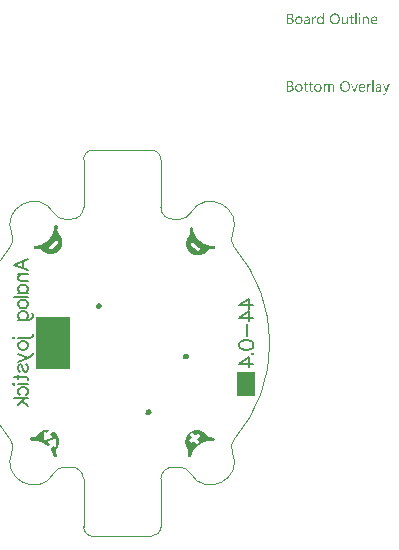
<source format=gbo>
G04*
G04 #@! TF.GenerationSoftware,Altium Limited,Altium Designer,21.9.2 (33)*
G04*
G04 Layer_Color=32896*
%FSAX25Y25*%
%MOIN*%
G70*
G04*
G04 #@! TF.SameCoordinates,068316DF-13B4-460B-9515-79FEAC0EB225*
G04*
G04*
G04 #@! TF.FilePolarity,Positive*
G04*
G01*
G75*
%ADD10C,0.00394*%
%ADD24C,0.01968*%
%ADD57C,0.00630*%
G04:AMPARAMS|DCode=58|XSize=62.01mil|YSize=80.62mil|CornerRadius=0mil|HoleSize=0mil|Usage=FLASHONLY|Rotation=179.834|XOffset=0mil|YOffset=0mil|HoleType=Round|Shape=Rectangle|*
%AMROTATEDRECTD58*
4,1,4,0.03112,0.04022,0.03089,-0.04040,-0.03112,-0.04022,-0.03089,0.04040,0.03112,0.04022,0.0*
%
%ADD58ROTATEDRECTD58*%

%ADD59R,0.11713X0.17323*%
G36*
X0079229Y0110019D02*
X0079254D01*
X0079309Y0109995D01*
X0079340Y0109976D01*
X0079371Y0109951D01*
X0079377Y0109945D01*
X0079383Y0109939D01*
X0079414Y0109902D01*
X0079439Y0109840D01*
X0079445Y0109803D01*
X0079452Y0109766D01*
Y0109759D01*
Y0109747D01*
X0079445Y0109729D01*
X0079439Y0109704D01*
X0079421Y0109642D01*
X0079396Y0109611D01*
X0079371Y0109580D01*
X0079365D01*
X0079359Y0109567D01*
X0079322Y0109543D01*
X0079266Y0109518D01*
X0079229Y0109512D01*
X0079192Y0109506D01*
X0079173D01*
X0079154Y0109512D01*
X0079130D01*
X0079068Y0109537D01*
X0079037Y0109549D01*
X0079006Y0109574D01*
Y0109580D01*
X0078994Y0109586D01*
X0078981Y0109605D01*
X0078969Y0109623D01*
X0078944Y0109685D01*
X0078938Y0109722D01*
X0078932Y0109766D01*
Y0109772D01*
Y0109784D01*
X0078938Y0109803D01*
X0078944Y0109834D01*
X0078963Y0109889D01*
X0078981Y0109920D01*
X0079006Y0109951D01*
X0079012Y0109958D01*
X0079018Y0109964D01*
X0079056Y0109988D01*
X0079117Y0110013D01*
X0079154Y0110026D01*
X0079210D01*
X0079229Y0110019D01*
D02*
G37*
G36*
X0067239Y0106355D02*
X0066836D01*
Y0106776D01*
X0066824D01*
Y0106770D01*
X0066812Y0106757D01*
X0066793Y0106732D01*
X0066774Y0106702D01*
X0066744Y0106664D01*
X0066706Y0106627D01*
X0066663Y0106584D01*
X0066614Y0106541D01*
X0066558Y0106491D01*
X0066490Y0106448D01*
X0066422Y0106411D01*
X0066341Y0106374D01*
X0066261Y0106343D01*
X0066168Y0106318D01*
X0066069Y0106305D01*
X0065964Y0106299D01*
X0065920D01*
X0065883Y0106305D01*
X0065846Y0106312D01*
X0065797Y0106318D01*
X0065691Y0106343D01*
X0065567Y0106380D01*
X0065444Y0106442D01*
X0065376Y0106479D01*
X0065320Y0106522D01*
X0065258Y0106578D01*
X0065202Y0106633D01*
Y0106640D01*
X0065190Y0106652D01*
X0065178Y0106671D01*
X0065159Y0106695D01*
X0065140Y0106726D01*
X0065116Y0106770D01*
X0065091Y0106819D01*
X0065066Y0106875D01*
X0065035Y0106937D01*
X0065010Y0107005D01*
X0064986Y0107079D01*
X0064967Y0107160D01*
X0064948Y0107246D01*
X0064936Y0107345D01*
X0064930Y0107444D01*
X0064924Y0107550D01*
Y0107556D01*
Y0107574D01*
Y0107612D01*
X0064930Y0107655D01*
X0064936Y0107704D01*
X0064942Y0107766D01*
X0064948Y0107834D01*
X0064961Y0107909D01*
X0064998Y0108070D01*
X0065054Y0108237D01*
X0065091Y0108317D01*
X0065134Y0108398D01*
X0065178Y0108472D01*
X0065233Y0108546D01*
X0065239Y0108552D01*
X0065246Y0108565D01*
X0065264Y0108583D01*
X0065289Y0108608D01*
X0065320Y0108633D01*
X0065363Y0108664D01*
X0065407Y0108701D01*
X0065456Y0108738D01*
X0065580Y0108806D01*
X0065722Y0108868D01*
X0065803Y0108887D01*
X0065889Y0108905D01*
X0065976Y0108918D01*
X0066075Y0108924D01*
X0066124D01*
X0066162Y0108918D01*
X0066199Y0108911D01*
X0066248Y0108905D01*
X0066360Y0108874D01*
X0066484Y0108825D01*
X0066545Y0108794D01*
X0066607Y0108750D01*
X0066669Y0108707D01*
X0066725Y0108651D01*
X0066774Y0108589D01*
X0066824Y0108515D01*
X0066836D01*
Y0110075D01*
X0067239D01*
Y0106355D01*
D02*
G37*
G36*
X0081507Y0108918D02*
X0081581Y0108911D01*
X0081674Y0108893D01*
X0081773Y0108862D01*
X0081878Y0108812D01*
X0081983Y0108744D01*
X0082027Y0108707D01*
X0082070Y0108658D01*
X0082082Y0108645D01*
X0082107Y0108608D01*
X0082138Y0108546D01*
X0082181Y0108459D01*
X0082219Y0108354D01*
X0082256Y0108224D01*
X0082280Y0108070D01*
X0082287Y0107890D01*
Y0106355D01*
X0081884D01*
Y0107785D01*
Y0107791D01*
Y0107822D01*
X0081878Y0107859D01*
Y0107909D01*
X0081866Y0107970D01*
X0081853Y0108039D01*
X0081835Y0108113D01*
X0081810Y0108187D01*
X0081779Y0108261D01*
X0081742Y0108329D01*
X0081692Y0108398D01*
X0081637Y0108459D01*
X0081575Y0108509D01*
X0081494Y0108546D01*
X0081408Y0108577D01*
X0081302Y0108583D01*
X0081290D01*
X0081253Y0108577D01*
X0081197Y0108571D01*
X0081129Y0108552D01*
X0081049Y0108528D01*
X0080962Y0108484D01*
X0080882Y0108429D01*
X0080801Y0108354D01*
X0080795Y0108342D01*
X0080770Y0108317D01*
X0080739Y0108268D01*
X0080702Y0108200D01*
X0080665Y0108119D01*
X0080634Y0108020D01*
X0080609Y0107909D01*
X0080603Y0107785D01*
Y0106355D01*
X0080201D01*
Y0108868D01*
X0080603D01*
Y0108447D01*
X0080615D01*
X0080621Y0108453D01*
X0080628Y0108466D01*
X0080646Y0108491D01*
X0080671Y0108521D01*
X0080696Y0108559D01*
X0080733Y0108596D01*
X0080776Y0108639D01*
X0080826Y0108689D01*
X0080882Y0108732D01*
X0080943Y0108775D01*
X0081011Y0108812D01*
X0081086Y0108850D01*
X0081160Y0108880D01*
X0081247Y0108905D01*
X0081340Y0108918D01*
X0081439Y0108924D01*
X0081476D01*
X0081507Y0108918D01*
D02*
G37*
G36*
X0064509Y0108905D02*
X0064583Y0108899D01*
X0064627Y0108887D01*
X0064657Y0108874D01*
Y0108459D01*
X0064651Y0108466D01*
X0064639Y0108472D01*
X0064614Y0108484D01*
X0064583Y0108503D01*
X0064540Y0108515D01*
X0064484Y0108528D01*
X0064422Y0108534D01*
X0064354Y0108540D01*
X0064342D01*
X0064311Y0108534D01*
X0064261Y0108528D01*
X0064206Y0108509D01*
X0064131Y0108478D01*
X0064063Y0108435D01*
X0063989Y0108373D01*
X0063921Y0108292D01*
X0063915Y0108280D01*
X0063896Y0108249D01*
X0063865Y0108193D01*
X0063834Y0108119D01*
X0063803Y0108026D01*
X0063772Y0107909D01*
X0063754Y0107779D01*
X0063748Y0107630D01*
Y0106355D01*
X0063345D01*
Y0108868D01*
X0063748D01*
Y0108348D01*
X0063760D01*
Y0108354D01*
X0063766Y0108361D01*
X0063779Y0108391D01*
X0063797Y0108441D01*
X0063828Y0108503D01*
X0063859Y0108565D01*
X0063908Y0108633D01*
X0063958Y0108701D01*
X0064020Y0108763D01*
X0064026Y0108769D01*
X0064051Y0108788D01*
X0064088Y0108812D01*
X0064138Y0108837D01*
X0064193Y0108862D01*
X0064261Y0108887D01*
X0064336Y0108905D01*
X0064416Y0108911D01*
X0064472D01*
X0064509Y0108905D01*
D02*
G37*
G36*
X0075249Y0106355D02*
X0074846D01*
Y0106751D01*
X0074834D01*
Y0106745D01*
X0074822Y0106732D01*
X0074809Y0106708D01*
X0074784Y0106683D01*
X0074729Y0106609D01*
X0074642Y0106528D01*
X0074593Y0106485D01*
X0074537Y0106442D01*
X0074475Y0106404D01*
X0074401Y0106367D01*
X0074326Y0106343D01*
X0074246Y0106318D01*
X0074153Y0106305D01*
X0074060Y0106299D01*
X0074023D01*
X0073980Y0106305D01*
X0073918Y0106318D01*
X0073850Y0106330D01*
X0073775Y0106355D01*
X0073695Y0106386D01*
X0073614Y0106435D01*
X0073528Y0106491D01*
X0073447Y0106559D01*
X0073373Y0106646D01*
X0073305Y0106751D01*
X0073243Y0106869D01*
X0073200Y0107011D01*
X0073175Y0107178D01*
X0073163Y0107265D01*
Y0107364D01*
Y0108868D01*
X0073559D01*
Y0107426D01*
Y0107420D01*
Y0107395D01*
X0073565Y0107352D01*
X0073571Y0107302D01*
X0073577Y0107240D01*
X0073590Y0107178D01*
X0073608Y0107104D01*
X0073633Y0107030D01*
X0073670Y0106955D01*
X0073707Y0106887D01*
X0073757Y0106819D01*
X0073819Y0106757D01*
X0073887Y0106708D01*
X0073967Y0106671D01*
X0074066Y0106640D01*
X0074172Y0106633D01*
X0074184D01*
X0074221Y0106640D01*
X0074277Y0106646D01*
X0074339Y0106658D01*
X0074419Y0106689D01*
X0074500Y0106726D01*
X0074580Y0106776D01*
X0074654Y0106850D01*
X0074661Y0106862D01*
X0074685Y0106887D01*
X0074716Y0106937D01*
X0074753Y0107005D01*
X0074784Y0107085D01*
X0074815Y0107184D01*
X0074840Y0107296D01*
X0074846Y0107420D01*
Y0108868D01*
X0075249D01*
Y0106355D01*
D02*
G37*
G36*
X0079383D02*
X0078981D01*
Y0108868D01*
X0079383D01*
Y0106355D01*
D02*
G37*
G36*
X0078164D02*
X0077762D01*
Y0110075D01*
X0078164D01*
Y0106355D01*
D02*
G37*
G36*
X0061785Y0108918D02*
X0061841Y0108911D01*
X0061909Y0108893D01*
X0061983Y0108874D01*
X0062064Y0108843D01*
X0062151Y0108806D01*
X0062231Y0108757D01*
X0062312Y0108695D01*
X0062386Y0108621D01*
X0062454Y0108528D01*
X0062510Y0108422D01*
X0062553Y0108299D01*
X0062578Y0108156D01*
X0062590Y0107989D01*
Y0106355D01*
X0062188D01*
Y0106745D01*
X0062175D01*
Y0106739D01*
X0062163Y0106726D01*
X0062151Y0106702D01*
X0062126Y0106677D01*
X0062064Y0106603D01*
X0061983Y0106522D01*
X0061872Y0106442D01*
X0061742Y0106367D01*
X0061662Y0106343D01*
X0061581Y0106318D01*
X0061494Y0106305D01*
X0061402Y0106299D01*
X0061364D01*
X0061340Y0106305D01*
X0061272Y0106312D01*
X0061191Y0106324D01*
X0061092Y0106349D01*
X0060999Y0106380D01*
X0060900Y0106429D01*
X0060813Y0106491D01*
X0060807Y0106503D01*
X0060783Y0106528D01*
X0060745Y0106572D01*
X0060708Y0106633D01*
X0060671Y0106708D01*
X0060634Y0106794D01*
X0060609Y0106900D01*
X0060603Y0107017D01*
Y0107024D01*
Y0107048D01*
X0060609Y0107085D01*
X0060615Y0107129D01*
X0060628Y0107184D01*
X0060646Y0107246D01*
X0060671Y0107314D01*
X0060708Y0107383D01*
X0060752Y0107457D01*
X0060807Y0107531D01*
X0060875Y0107599D01*
X0060956Y0107661D01*
X0061049Y0107723D01*
X0061160Y0107772D01*
X0061284Y0107810D01*
X0061432Y0107841D01*
X0062188Y0107946D01*
Y0107952D01*
Y0107970D01*
X0062182Y0108008D01*
Y0108045D01*
X0062169Y0108094D01*
X0062163Y0108150D01*
X0062126Y0108268D01*
X0062095Y0108323D01*
X0062064Y0108379D01*
X0062021Y0108435D01*
X0061971Y0108484D01*
X0061909Y0108528D01*
X0061841Y0108559D01*
X0061761Y0108577D01*
X0061668Y0108583D01*
X0061624D01*
X0061594Y0108577D01*
X0061550D01*
X0061507Y0108565D01*
X0061395Y0108546D01*
X0061272Y0108509D01*
X0061135Y0108453D01*
X0061061Y0108416D01*
X0060993Y0108379D01*
X0060919Y0108329D01*
X0060851Y0108274D01*
Y0108689D01*
X0060857D01*
X0060869Y0108701D01*
X0060888Y0108713D01*
X0060919Y0108726D01*
X0060950Y0108744D01*
X0060993Y0108763D01*
X0061043Y0108781D01*
X0061098Y0108806D01*
X0061222Y0108850D01*
X0061371Y0108887D01*
X0061532Y0108911D01*
X0061705Y0108924D01*
X0061742D01*
X0061785Y0108918D01*
D02*
G37*
G36*
X0056097Y0109865D02*
X0056140D01*
X0056183Y0109859D01*
X0056282Y0109846D01*
X0056400Y0109815D01*
X0056524Y0109778D01*
X0056642Y0109722D01*
X0056747Y0109648D01*
X0056753D01*
X0056759Y0109636D01*
X0056790Y0109611D01*
X0056833Y0109561D01*
X0056883Y0109493D01*
X0056926Y0109407D01*
X0056969Y0109308D01*
X0057000Y0109196D01*
X0057013Y0109134D01*
Y0109066D01*
Y0109060D01*
Y0109054D01*
Y0109017D01*
X0057007Y0108961D01*
X0056994Y0108893D01*
X0056976Y0108806D01*
X0056945Y0108720D01*
X0056908Y0108633D01*
X0056852Y0108546D01*
X0056846Y0108534D01*
X0056821Y0108509D01*
X0056784Y0108472D01*
X0056734Y0108422D01*
X0056672Y0108373D01*
X0056598Y0108317D01*
X0056505Y0108274D01*
X0056406Y0108230D01*
Y0108224D01*
X0056425D01*
X0056443Y0108218D01*
X0056462Y0108212D01*
X0056530Y0108200D01*
X0056611Y0108175D01*
X0056697Y0108138D01*
X0056790Y0108094D01*
X0056883Y0108032D01*
X0056969Y0107952D01*
X0056982Y0107940D01*
X0057007Y0107909D01*
X0057038Y0107865D01*
X0057081Y0107797D01*
X0057118Y0107711D01*
X0057155Y0107612D01*
X0057180Y0107494D01*
X0057186Y0107364D01*
Y0107358D01*
Y0107345D01*
Y0107321D01*
X0057180Y0107290D01*
X0057174Y0107253D01*
X0057168Y0107209D01*
X0057143Y0107104D01*
X0057106Y0106986D01*
X0057050Y0106862D01*
X0057013Y0106807D01*
X0056969Y0106745D01*
X0056914Y0106689D01*
X0056858Y0106633D01*
X0056852D01*
X0056846Y0106621D01*
X0056827Y0106609D01*
X0056802Y0106590D01*
X0056771Y0106572D01*
X0056728Y0106547D01*
X0056635Y0106497D01*
X0056518Y0106442D01*
X0056381Y0106398D01*
X0056221Y0106367D01*
X0056140Y0106361D01*
X0056047Y0106355D01*
X0055020D01*
Y0109871D01*
X0056066D01*
X0056097Y0109865D01*
D02*
G37*
G36*
X0076592Y0108868D02*
X0077229D01*
Y0108521D01*
X0076592D01*
Y0107104D01*
Y0107091D01*
Y0107061D01*
X0076598Y0107017D01*
X0076604Y0106962D01*
X0076629Y0106844D01*
X0076648Y0106788D01*
X0076679Y0106745D01*
X0076685Y0106739D01*
X0076697Y0106726D01*
X0076716Y0106714D01*
X0076747Y0106695D01*
X0076784Y0106671D01*
X0076833Y0106658D01*
X0076895Y0106646D01*
X0076963Y0106640D01*
X0076988D01*
X0077019Y0106646D01*
X0077056Y0106652D01*
X0077143Y0106677D01*
X0077186Y0106695D01*
X0077229Y0106720D01*
Y0106374D01*
X0077223D01*
X0077205Y0106361D01*
X0077174Y0106355D01*
X0077130Y0106343D01*
X0077075Y0106330D01*
X0077013Y0106318D01*
X0076938Y0106312D01*
X0076852Y0106305D01*
X0076821D01*
X0076790Y0106312D01*
X0076747Y0106318D01*
X0076697Y0106330D01*
X0076641Y0106343D01*
X0076586Y0106367D01*
X0076524Y0106398D01*
X0076462Y0106435D01*
X0076400Y0106485D01*
X0076344Y0106541D01*
X0076295Y0106615D01*
X0076251Y0106695D01*
X0076220Y0106794D01*
X0076196Y0106906D01*
X0076190Y0107036D01*
Y0108521D01*
X0075762D01*
Y0108868D01*
X0076190D01*
Y0109481D01*
X0076592Y0109611D01*
Y0108868D01*
D02*
G37*
G36*
X0084119Y0108918D02*
X0084162Y0108911D01*
X0084206Y0108905D01*
X0084317Y0108887D01*
X0084441Y0108843D01*
X0084565Y0108788D01*
X0084627Y0108750D01*
X0084688Y0108707D01*
X0084744Y0108658D01*
X0084800Y0108602D01*
X0084806Y0108596D01*
X0084812Y0108589D01*
X0084825Y0108571D01*
X0084843Y0108546D01*
X0084862Y0108509D01*
X0084886Y0108472D01*
X0084911Y0108429D01*
X0084936Y0108373D01*
X0084961Y0108311D01*
X0084986Y0108249D01*
X0085010Y0108175D01*
X0085029Y0108094D01*
X0085047Y0108008D01*
X0085060Y0107921D01*
X0085072Y0107822D01*
Y0107717D01*
Y0107506D01*
X0083296D01*
Y0107500D01*
Y0107488D01*
Y0107469D01*
X0083302Y0107438D01*
X0083308Y0107401D01*
Y0107364D01*
X0083327Y0107265D01*
X0083358Y0107166D01*
X0083395Y0107054D01*
X0083450Y0106949D01*
X0083518Y0106856D01*
X0083531Y0106844D01*
X0083556Y0106819D01*
X0083605Y0106788D01*
X0083673Y0106745D01*
X0083760Y0106702D01*
X0083859Y0106671D01*
X0083977Y0106646D01*
X0084113Y0106633D01*
X0084156D01*
X0084187Y0106640D01*
X0084224D01*
X0084267Y0106646D01*
X0084373Y0106671D01*
X0084490Y0106702D01*
X0084620Y0106751D01*
X0084756Y0106819D01*
X0084825Y0106862D01*
X0084893Y0106912D01*
Y0106534D01*
X0084886D01*
X0084880Y0106522D01*
X0084862Y0106516D01*
X0084831Y0106497D01*
X0084800Y0106479D01*
X0084763Y0106460D01*
X0084713Y0106442D01*
X0084664Y0106417D01*
X0084602Y0106392D01*
X0084534Y0106374D01*
X0084385Y0106336D01*
X0084212Y0106312D01*
X0084020Y0106299D01*
X0083970D01*
X0083933Y0106305D01*
X0083890Y0106312D01*
X0083834Y0106318D01*
X0083716Y0106343D01*
X0083580Y0106380D01*
X0083444Y0106442D01*
X0083376Y0106485D01*
X0083308Y0106528D01*
X0083246Y0106578D01*
X0083184Y0106640D01*
X0083178Y0106646D01*
X0083172Y0106658D01*
X0083159Y0106677D01*
X0083135Y0106702D01*
X0083116Y0106739D01*
X0083091Y0106782D01*
X0083060Y0106832D01*
X0083036Y0106887D01*
X0083005Y0106949D01*
X0082980Y0107024D01*
X0082949Y0107104D01*
X0082930Y0107191D01*
X0082912Y0107283D01*
X0082893Y0107383D01*
X0082887Y0107488D01*
X0082881Y0107599D01*
Y0107605D01*
Y0107624D01*
Y0107655D01*
X0082887Y0107698D01*
X0082893Y0107748D01*
X0082899Y0107803D01*
X0082906Y0107871D01*
X0082924Y0107940D01*
X0082961Y0108088D01*
X0083017Y0108249D01*
X0083054Y0108329D01*
X0083104Y0108404D01*
X0083153Y0108484D01*
X0083209Y0108552D01*
X0083215Y0108559D01*
X0083227Y0108571D01*
X0083246Y0108589D01*
X0083271Y0108608D01*
X0083302Y0108639D01*
X0083339Y0108670D01*
X0083389Y0108701D01*
X0083438Y0108738D01*
X0083556Y0108806D01*
X0083698Y0108868D01*
X0083778Y0108887D01*
X0083859Y0108905D01*
X0083946Y0108918D01*
X0084038Y0108924D01*
X0084088D01*
X0084119Y0108918D01*
D02*
G37*
G36*
X0071077Y0109927D02*
X0071139Y0109920D01*
X0071213Y0109908D01*
X0071293Y0109889D01*
X0071380Y0109871D01*
X0071466Y0109846D01*
X0071566Y0109815D01*
X0071658Y0109772D01*
X0071757Y0109722D01*
X0071856Y0109667D01*
X0071949Y0109599D01*
X0072042Y0109524D01*
X0072129Y0109438D01*
X0072135Y0109431D01*
X0072147Y0109413D01*
X0072172Y0109388D01*
X0072197Y0109351D01*
X0072234Y0109301D01*
X0072271Y0109239D01*
X0072308Y0109171D01*
X0072352Y0109097D01*
X0072395Y0109004D01*
X0072432Y0108911D01*
X0072469Y0108806D01*
X0072506Y0108689D01*
X0072531Y0108571D01*
X0072556Y0108441D01*
X0072568Y0108299D01*
X0072575Y0108156D01*
Y0108144D01*
Y0108119D01*
Y0108076D01*
X0072568Y0108014D01*
X0072562Y0107940D01*
X0072550Y0107859D01*
X0072537Y0107766D01*
X0072519Y0107661D01*
X0072494Y0107556D01*
X0072463Y0107444D01*
X0072426Y0107333D01*
X0072383Y0107221D01*
X0072327Y0107104D01*
X0072265Y0106999D01*
X0072197Y0106894D01*
X0072117Y0106794D01*
X0072110Y0106788D01*
X0072098Y0106776D01*
X0072067Y0106751D01*
X0072036Y0106720D01*
X0071987Y0106677D01*
X0071931Y0106640D01*
X0071869Y0106590D01*
X0071795Y0106547D01*
X0071714Y0106503D01*
X0071621Y0106454D01*
X0071522Y0106417D01*
X0071411Y0106380D01*
X0071293Y0106343D01*
X0071169Y0106318D01*
X0071039Y0106305D01*
X0070897Y0106299D01*
X0070866D01*
X0070823Y0106305D01*
X0070773D01*
X0070711Y0106312D01*
X0070637Y0106324D01*
X0070557Y0106343D01*
X0070464Y0106361D01*
X0070371Y0106386D01*
X0070272Y0106417D01*
X0070173Y0106460D01*
X0070074Y0106503D01*
X0069975Y0106559D01*
X0069876Y0106627D01*
X0069783Y0106702D01*
X0069696Y0106788D01*
X0069690Y0106794D01*
X0069678Y0106813D01*
X0069653Y0106838D01*
X0069628Y0106875D01*
X0069591Y0106924D01*
X0069554Y0106986D01*
X0069517Y0107054D01*
X0069473Y0107135D01*
X0069430Y0107221D01*
X0069393Y0107314D01*
X0069356Y0107420D01*
X0069319Y0107537D01*
X0069294Y0107655D01*
X0069269Y0107785D01*
X0069257Y0107927D01*
X0069251Y0108070D01*
Y0108082D01*
Y0108107D01*
X0069257Y0108150D01*
Y0108212D01*
X0069263Y0108280D01*
X0069275Y0108367D01*
X0069288Y0108459D01*
X0069306Y0108559D01*
X0069331Y0108664D01*
X0069362Y0108775D01*
X0069399Y0108887D01*
X0069442Y0108998D01*
X0069498Y0109109D01*
X0069560Y0109221D01*
X0069628Y0109326D01*
X0069709Y0109425D01*
X0069715Y0109431D01*
X0069727Y0109450D01*
X0069758Y0109475D01*
X0069795Y0109506D01*
X0069839Y0109543D01*
X0069894Y0109586D01*
X0069962Y0109629D01*
X0070037Y0109679D01*
X0070123Y0109729D01*
X0070216Y0109772D01*
X0070315Y0109815D01*
X0070427Y0109852D01*
X0070550Y0109883D01*
X0070680Y0109914D01*
X0070817Y0109927D01*
X0070959Y0109933D01*
X0071027D01*
X0071077Y0109927D01*
D02*
G37*
G36*
X0059049Y0108918D02*
X0059093Y0108911D01*
X0059148Y0108905D01*
X0059272Y0108880D01*
X0059415Y0108837D01*
X0059557Y0108775D01*
X0059631Y0108738D01*
X0059699Y0108695D01*
X0059767Y0108639D01*
X0059829Y0108577D01*
X0059835Y0108571D01*
X0059842Y0108559D01*
X0059860Y0108540D01*
X0059879Y0108515D01*
X0059904Y0108478D01*
X0059928Y0108435D01*
X0059959Y0108385D01*
X0059990Y0108329D01*
X0060015Y0108261D01*
X0060046Y0108193D01*
X0060071Y0108113D01*
X0060096Y0108026D01*
X0060114Y0107933D01*
X0060133Y0107834D01*
X0060139Y0107729D01*
X0060145Y0107618D01*
Y0107612D01*
Y0107593D01*
Y0107562D01*
X0060139Y0107519D01*
X0060133Y0107469D01*
X0060126Y0107407D01*
X0060114Y0107345D01*
X0060102Y0107271D01*
X0060065Y0107123D01*
X0060003Y0106962D01*
X0059965Y0106881D01*
X0059916Y0106801D01*
X0059866Y0106726D01*
X0059805Y0106658D01*
X0059798Y0106652D01*
X0059786Y0106646D01*
X0059767Y0106627D01*
X0059743Y0106603D01*
X0059706Y0106578D01*
X0059668Y0106547D01*
X0059619Y0106510D01*
X0059563Y0106479D01*
X0059501Y0106448D01*
X0059433Y0106411D01*
X0059359Y0106380D01*
X0059278Y0106355D01*
X0059192Y0106330D01*
X0059099Y0106318D01*
X0059000Y0106305D01*
X0058895Y0106299D01*
X0058839D01*
X0058802Y0106305D01*
X0058758Y0106312D01*
X0058703Y0106318D01*
X0058641Y0106330D01*
X0058573Y0106343D01*
X0058430Y0106386D01*
X0058282Y0106448D01*
X0058207Y0106485D01*
X0058139Y0106534D01*
X0058071Y0106584D01*
X0058003Y0106646D01*
X0057997Y0106652D01*
X0057991Y0106664D01*
X0057972Y0106683D01*
X0057954Y0106708D01*
X0057929Y0106745D01*
X0057898Y0106788D01*
X0057867Y0106838D01*
X0057842Y0106894D01*
X0057811Y0106962D01*
X0057780Y0107030D01*
X0057749Y0107104D01*
X0057725Y0107191D01*
X0057688Y0107376D01*
X0057681Y0107475D01*
X0057675Y0107580D01*
Y0107587D01*
Y0107612D01*
Y0107642D01*
X0057681Y0107686D01*
X0057688Y0107735D01*
X0057694Y0107797D01*
X0057706Y0107865D01*
X0057718Y0107940D01*
X0057756Y0108100D01*
X0057818Y0108261D01*
X0057861Y0108342D01*
X0057904Y0108422D01*
X0057954Y0108497D01*
X0058016Y0108565D01*
X0058022Y0108571D01*
X0058034Y0108583D01*
X0058053Y0108596D01*
X0058078Y0108621D01*
X0058115Y0108645D01*
X0058158Y0108676D01*
X0058207Y0108713D01*
X0058263Y0108744D01*
X0058325Y0108775D01*
X0058399Y0108812D01*
X0058474Y0108843D01*
X0058560Y0108868D01*
X0058647Y0108893D01*
X0058746Y0108911D01*
X0058851Y0108918D01*
X0058956Y0108924D01*
X0059012D01*
X0059049Y0108918D01*
D02*
G37*
G36*
X0069956Y0086422D02*
X0070012Y0086410D01*
X0070074Y0086397D01*
X0070142Y0086373D01*
X0070222Y0086342D01*
X0070297Y0086298D01*
X0070377Y0086249D01*
X0070451Y0086181D01*
X0070519Y0086094D01*
X0070581Y0085995D01*
X0070637Y0085884D01*
X0070674Y0085741D01*
X0070705Y0085587D01*
X0070711Y0085407D01*
Y0083859D01*
X0070309D01*
Y0085302D01*
Y0085308D01*
Y0085320D01*
Y0085339D01*
Y0085370D01*
X0070303Y0085444D01*
X0070290Y0085531D01*
X0070278Y0085630D01*
X0070253Y0085729D01*
X0070222Y0085822D01*
X0070179Y0085902D01*
X0070173Y0085908D01*
X0070154Y0085933D01*
X0070123Y0085964D01*
X0070074Y0085995D01*
X0070018Y0086032D01*
X0069944Y0086057D01*
X0069851Y0086082D01*
X0069746Y0086088D01*
X0069733D01*
X0069702Y0086082D01*
X0069653Y0086076D01*
X0069591Y0086057D01*
X0069523Y0086032D01*
X0069449Y0085989D01*
X0069374Y0085933D01*
X0069306Y0085853D01*
X0069300Y0085840D01*
X0069281Y0085809D01*
X0069251Y0085760D01*
X0069220Y0085692D01*
X0069182Y0085611D01*
X0069158Y0085518D01*
X0069133Y0085407D01*
X0069127Y0085289D01*
Y0083859D01*
X0068724D01*
Y0085351D01*
Y0085357D01*
Y0085382D01*
X0068718Y0085419D01*
Y0085469D01*
X0068706Y0085525D01*
X0068693Y0085587D01*
X0068675Y0085648D01*
X0068656Y0085723D01*
X0068625Y0085791D01*
X0068588Y0085853D01*
X0068539Y0085914D01*
X0068483Y0085970D01*
X0068421Y0086020D01*
X0068341Y0086057D01*
X0068254Y0086082D01*
X0068155Y0086088D01*
X0068142D01*
X0068111Y0086082D01*
X0068062Y0086076D01*
X0068000Y0086063D01*
X0067932Y0086032D01*
X0067858Y0085995D01*
X0067783Y0085939D01*
X0067715Y0085865D01*
X0067709Y0085853D01*
X0067691Y0085828D01*
X0067660Y0085778D01*
X0067629Y0085710D01*
X0067598Y0085630D01*
X0067567Y0085531D01*
X0067548Y0085419D01*
X0067542Y0085289D01*
Y0083859D01*
X0067140D01*
Y0086373D01*
X0067542D01*
Y0085970D01*
X0067554D01*
X0067561Y0085976D01*
X0067567Y0085989D01*
X0067585Y0086014D01*
X0067604Y0086045D01*
X0067666Y0086113D01*
X0067752Y0086199D01*
X0067864Y0086286D01*
X0067994Y0086354D01*
X0068074Y0086385D01*
X0068155Y0086410D01*
X0068242Y0086422D01*
X0068334Y0086428D01*
X0068378D01*
X0068427Y0086422D01*
X0068489Y0086410D01*
X0068557Y0086391D01*
X0068632Y0086366D01*
X0068706Y0086335D01*
X0068780Y0086286D01*
X0068786Y0086280D01*
X0068811Y0086261D01*
X0068842Y0086230D01*
X0068885Y0086187D01*
X0068929Y0086131D01*
X0068972Y0086069D01*
X0069015Y0085995D01*
X0069046Y0085908D01*
X0069052Y0085914D01*
X0069059Y0085933D01*
X0069077Y0085958D01*
X0069096Y0085989D01*
X0069127Y0086032D01*
X0069164Y0086076D01*
X0069207Y0086119D01*
X0069257Y0086168D01*
X0069312Y0086218D01*
X0069374Y0086261D01*
X0069442Y0086311D01*
X0069517Y0086348D01*
X0069597Y0086379D01*
X0069684Y0086404D01*
X0069783Y0086422D01*
X0069882Y0086428D01*
X0069919D01*
X0069956Y0086422D01*
D02*
G37*
G36*
X0082831Y0086410D02*
X0082906Y0086404D01*
X0082949Y0086391D01*
X0082980Y0086379D01*
Y0085964D01*
X0082974Y0085970D01*
X0082961Y0085976D01*
X0082937Y0085989D01*
X0082906Y0086007D01*
X0082862Y0086020D01*
X0082807Y0086032D01*
X0082745Y0086038D01*
X0082677Y0086045D01*
X0082664D01*
X0082633Y0086038D01*
X0082584Y0086032D01*
X0082528Y0086014D01*
X0082454Y0085983D01*
X0082386Y0085939D01*
X0082311Y0085877D01*
X0082243Y0085797D01*
X0082237Y0085785D01*
X0082219Y0085754D01*
X0082188Y0085698D01*
X0082157Y0085624D01*
X0082126Y0085531D01*
X0082095Y0085413D01*
X0082076Y0085283D01*
X0082070Y0085135D01*
Y0083859D01*
X0081668D01*
Y0086373D01*
X0082070D01*
Y0085853D01*
X0082082D01*
Y0085859D01*
X0082089Y0085865D01*
X0082101Y0085896D01*
X0082120Y0085945D01*
X0082151Y0086007D01*
X0082181Y0086069D01*
X0082231Y0086137D01*
X0082280Y0086206D01*
X0082342Y0086267D01*
X0082349Y0086274D01*
X0082373Y0086292D01*
X0082410Y0086317D01*
X0082460Y0086342D01*
X0082516Y0086366D01*
X0082584Y0086391D01*
X0082658Y0086410D01*
X0082739Y0086416D01*
X0082794D01*
X0082831Y0086410D01*
D02*
G37*
G36*
X0088037Y0083457D02*
X0088031Y0083451D01*
X0088025Y0083426D01*
X0088006Y0083383D01*
X0087981Y0083333D01*
X0087950Y0083278D01*
X0087907Y0083210D01*
X0087864Y0083141D01*
X0087814Y0083067D01*
X0087752Y0082993D01*
X0087691Y0082925D01*
X0087616Y0082857D01*
X0087536Y0082801D01*
X0087455Y0082751D01*
X0087362Y0082708D01*
X0087270Y0082683D01*
X0087164Y0082677D01*
X0087109D01*
X0087072Y0082683D01*
X0086991Y0082696D01*
X0086904Y0082714D01*
Y0083073D01*
X0086911D01*
X0086929Y0083067D01*
X0086954Y0083061D01*
X0086985Y0083055D01*
X0087059Y0083036D01*
X0087140Y0083030D01*
X0087152D01*
X0087189Y0083036D01*
X0087245Y0083049D01*
X0087313Y0083073D01*
X0087387Y0083117D01*
X0087424Y0083148D01*
X0087462Y0083185D01*
X0087499Y0083222D01*
X0087536Y0083271D01*
X0087567Y0083327D01*
X0087598Y0083389D01*
X0087802Y0083859D01*
X0086818Y0086373D01*
X0087263D01*
X0087944Y0084435D01*
Y0084429D01*
X0087950Y0084417D01*
X0087957Y0084398D01*
X0087963Y0084373D01*
X0087969Y0084336D01*
X0087981Y0084299D01*
X0087994Y0084243D01*
X0088012D01*
Y0084256D01*
X0088025Y0084293D01*
X0088037Y0084348D01*
X0088062Y0084429D01*
X0088774Y0086373D01*
X0089188D01*
X0088037Y0083457D01*
D02*
G37*
G36*
X0077607Y0083859D02*
X0077211D01*
X0076258Y0086373D01*
X0076697D01*
X0077341Y0084547D01*
X0077347Y0084540D01*
X0077353Y0084516D01*
X0077366Y0084472D01*
X0077378Y0084429D01*
X0077390Y0084373D01*
X0077409Y0084311D01*
X0077428Y0084194D01*
X0077434D01*
Y0084200D01*
X0077440Y0084225D01*
X0077446Y0084262D01*
X0077452Y0084305D01*
X0077465Y0084361D01*
X0077477Y0084417D01*
X0077514Y0084534D01*
X0078183Y0086373D01*
X0078604D01*
X0077607Y0083859D01*
D02*
G37*
G36*
X0085629Y0086422D02*
X0085685Y0086416D01*
X0085753Y0086397D01*
X0085827Y0086379D01*
X0085908Y0086348D01*
X0085994Y0086311D01*
X0086075Y0086261D01*
X0086155Y0086199D01*
X0086230Y0086125D01*
X0086298Y0086032D01*
X0086353Y0085927D01*
X0086397Y0085803D01*
X0086422Y0085661D01*
X0086434Y0085494D01*
Y0083859D01*
X0086032D01*
Y0084249D01*
X0086019D01*
Y0084243D01*
X0086007Y0084231D01*
X0085994Y0084206D01*
X0085970Y0084181D01*
X0085908Y0084107D01*
X0085827Y0084027D01*
X0085716Y0083946D01*
X0085586Y0083872D01*
X0085505Y0083847D01*
X0085425Y0083822D01*
X0085338Y0083810D01*
X0085246Y0083804D01*
X0085208D01*
X0085184Y0083810D01*
X0085115Y0083816D01*
X0085035Y0083829D01*
X0084936Y0083853D01*
X0084843Y0083884D01*
X0084744Y0083934D01*
X0084657Y0083996D01*
X0084651Y0084008D01*
X0084627Y0084033D01*
X0084589Y0084076D01*
X0084552Y0084138D01*
X0084515Y0084212D01*
X0084478Y0084299D01*
X0084453Y0084404D01*
X0084447Y0084522D01*
Y0084528D01*
Y0084553D01*
X0084453Y0084590D01*
X0084459Y0084633D01*
X0084472Y0084689D01*
X0084490Y0084751D01*
X0084515Y0084819D01*
X0084552Y0084887D01*
X0084596Y0084961D01*
X0084651Y0085036D01*
X0084719Y0085104D01*
X0084800Y0085166D01*
X0084893Y0085227D01*
X0085004Y0085277D01*
X0085128Y0085314D01*
X0085276Y0085345D01*
X0086032Y0085450D01*
Y0085457D01*
Y0085475D01*
X0086025Y0085512D01*
Y0085549D01*
X0086013Y0085599D01*
X0086007Y0085655D01*
X0085970Y0085772D01*
X0085939Y0085828D01*
X0085908Y0085884D01*
X0085865Y0085939D01*
X0085815Y0085989D01*
X0085753Y0086032D01*
X0085685Y0086063D01*
X0085605Y0086082D01*
X0085512Y0086088D01*
X0085468D01*
X0085437Y0086082D01*
X0085394D01*
X0085351Y0086069D01*
X0085239Y0086051D01*
X0085115Y0086014D01*
X0084979Y0085958D01*
X0084905Y0085921D01*
X0084837Y0085884D01*
X0084763Y0085834D01*
X0084695Y0085778D01*
Y0086193D01*
X0084701D01*
X0084713Y0086206D01*
X0084732Y0086218D01*
X0084763Y0086230D01*
X0084794Y0086249D01*
X0084837Y0086267D01*
X0084886Y0086286D01*
X0084942Y0086311D01*
X0085066Y0086354D01*
X0085215Y0086391D01*
X0085375Y0086416D01*
X0085549Y0086428D01*
X0085586D01*
X0085629Y0086422D01*
D02*
G37*
G36*
X0083816Y0083859D02*
X0083413D01*
Y0087580D01*
X0083816D01*
Y0083859D01*
D02*
G37*
G36*
X0056097Y0087369D02*
X0056140D01*
X0056183Y0087363D01*
X0056282Y0087351D01*
X0056400Y0087320D01*
X0056524Y0087283D01*
X0056642Y0087227D01*
X0056747Y0087152D01*
X0056753D01*
X0056759Y0087140D01*
X0056790Y0087115D01*
X0056833Y0087066D01*
X0056883Y0086998D01*
X0056926Y0086911D01*
X0056969Y0086812D01*
X0057000Y0086701D01*
X0057013Y0086639D01*
Y0086571D01*
Y0086564D01*
Y0086558D01*
Y0086521D01*
X0057007Y0086465D01*
X0056994Y0086397D01*
X0056976Y0086311D01*
X0056945Y0086224D01*
X0056908Y0086137D01*
X0056852Y0086051D01*
X0056846Y0086038D01*
X0056821Y0086014D01*
X0056784Y0085976D01*
X0056734Y0085927D01*
X0056672Y0085877D01*
X0056598Y0085822D01*
X0056505Y0085778D01*
X0056406Y0085735D01*
Y0085729D01*
X0056425D01*
X0056443Y0085723D01*
X0056462Y0085716D01*
X0056530Y0085704D01*
X0056611Y0085679D01*
X0056697Y0085642D01*
X0056790Y0085599D01*
X0056883Y0085537D01*
X0056969Y0085457D01*
X0056982Y0085444D01*
X0057007Y0085413D01*
X0057038Y0085370D01*
X0057081Y0085302D01*
X0057118Y0085215D01*
X0057155Y0085116D01*
X0057180Y0084998D01*
X0057186Y0084868D01*
Y0084862D01*
Y0084850D01*
Y0084825D01*
X0057180Y0084794D01*
X0057174Y0084757D01*
X0057168Y0084714D01*
X0057143Y0084609D01*
X0057106Y0084491D01*
X0057050Y0084367D01*
X0057013Y0084311D01*
X0056969Y0084249D01*
X0056914Y0084194D01*
X0056858Y0084138D01*
X0056852D01*
X0056846Y0084126D01*
X0056827Y0084113D01*
X0056802Y0084095D01*
X0056771Y0084076D01*
X0056728Y0084051D01*
X0056635Y0084002D01*
X0056518Y0083946D01*
X0056381Y0083903D01*
X0056221Y0083872D01*
X0056140Y0083866D01*
X0056047Y0083859D01*
X0055020D01*
Y0087375D01*
X0056066D01*
X0056097Y0087369D01*
D02*
G37*
G36*
X0063023Y0086373D02*
X0063661D01*
Y0086026D01*
X0063023D01*
Y0084609D01*
Y0084596D01*
Y0084565D01*
X0063029Y0084522D01*
X0063036Y0084466D01*
X0063060Y0084348D01*
X0063079Y0084293D01*
X0063110Y0084249D01*
X0063116Y0084243D01*
X0063129Y0084231D01*
X0063147Y0084219D01*
X0063178Y0084200D01*
X0063215Y0084175D01*
X0063265Y0084163D01*
X0063327Y0084150D01*
X0063395Y0084144D01*
X0063420D01*
X0063450Y0084150D01*
X0063488Y0084157D01*
X0063574Y0084181D01*
X0063618Y0084200D01*
X0063661Y0084225D01*
Y0083878D01*
X0063655D01*
X0063636Y0083866D01*
X0063605Y0083859D01*
X0063562Y0083847D01*
X0063506Y0083835D01*
X0063444Y0083822D01*
X0063370Y0083816D01*
X0063283Y0083810D01*
X0063252D01*
X0063221Y0083816D01*
X0063178Y0083822D01*
X0063129Y0083835D01*
X0063073Y0083847D01*
X0063017Y0083872D01*
X0062955Y0083903D01*
X0062893Y0083940D01*
X0062831Y0083989D01*
X0062776Y0084045D01*
X0062726Y0084119D01*
X0062683Y0084200D01*
X0062652Y0084299D01*
X0062627Y0084410D01*
X0062621Y0084540D01*
Y0086026D01*
X0062194D01*
Y0086373D01*
X0062621D01*
Y0086985D01*
X0063023Y0087115D01*
Y0086373D01*
D02*
G37*
G36*
X0061321D02*
X0061959D01*
Y0086026D01*
X0061321D01*
Y0084609D01*
Y0084596D01*
Y0084565D01*
X0061327Y0084522D01*
X0061334Y0084466D01*
X0061358Y0084348D01*
X0061377Y0084293D01*
X0061408Y0084249D01*
X0061414Y0084243D01*
X0061426Y0084231D01*
X0061445Y0084219D01*
X0061476Y0084200D01*
X0061513Y0084175D01*
X0061563Y0084163D01*
X0061624Y0084150D01*
X0061693Y0084144D01*
X0061717D01*
X0061748Y0084150D01*
X0061785Y0084157D01*
X0061872Y0084181D01*
X0061915Y0084200D01*
X0061959Y0084225D01*
Y0083878D01*
X0061953D01*
X0061934Y0083866D01*
X0061903Y0083859D01*
X0061860Y0083847D01*
X0061804Y0083835D01*
X0061742Y0083822D01*
X0061668Y0083816D01*
X0061581Y0083810D01*
X0061550D01*
X0061519Y0083816D01*
X0061476Y0083822D01*
X0061426Y0083835D01*
X0061371Y0083847D01*
X0061315Y0083872D01*
X0061253Y0083903D01*
X0061191Y0083940D01*
X0061129Y0083989D01*
X0061073Y0084045D01*
X0061024Y0084119D01*
X0060981Y0084200D01*
X0060950Y0084299D01*
X0060925Y0084410D01*
X0060919Y0084540D01*
Y0086026D01*
X0060492D01*
Y0086373D01*
X0060919D01*
Y0086985D01*
X0061321Y0087115D01*
Y0086373D01*
D02*
G37*
G36*
X0080108Y0086422D02*
X0080151Y0086416D01*
X0080194Y0086410D01*
X0080306Y0086391D01*
X0080430Y0086348D01*
X0080553Y0086292D01*
X0080615Y0086255D01*
X0080677Y0086212D01*
X0080733Y0086162D01*
X0080789Y0086106D01*
X0080795Y0086100D01*
X0080801Y0086094D01*
X0080813Y0086076D01*
X0080832Y0086051D01*
X0080851Y0086014D01*
X0080875Y0085976D01*
X0080900Y0085933D01*
X0080925Y0085877D01*
X0080950Y0085816D01*
X0080974Y0085754D01*
X0080999Y0085679D01*
X0081018Y0085599D01*
X0081036Y0085512D01*
X0081049Y0085426D01*
X0081061Y0085326D01*
Y0085221D01*
Y0085011D01*
X0079285D01*
Y0085005D01*
Y0084992D01*
Y0084974D01*
X0079291Y0084943D01*
X0079297Y0084906D01*
Y0084868D01*
X0079315Y0084769D01*
X0079346Y0084670D01*
X0079383Y0084559D01*
X0079439Y0084454D01*
X0079507Y0084361D01*
X0079520Y0084348D01*
X0079545Y0084324D01*
X0079594Y0084293D01*
X0079662Y0084249D01*
X0079749Y0084206D01*
X0079848Y0084175D01*
X0079965Y0084150D01*
X0080102Y0084138D01*
X0080145D01*
X0080176Y0084144D01*
X0080213D01*
X0080256Y0084150D01*
X0080361Y0084175D01*
X0080479Y0084206D01*
X0080609Y0084256D01*
X0080745Y0084324D01*
X0080813Y0084367D01*
X0080882Y0084417D01*
Y0084039D01*
X0080875D01*
X0080869Y0084027D01*
X0080851Y0084020D01*
X0080820Y0084002D01*
X0080789Y0083983D01*
X0080752Y0083965D01*
X0080702Y0083946D01*
X0080652Y0083921D01*
X0080591Y0083897D01*
X0080523Y0083878D01*
X0080374Y0083841D01*
X0080201Y0083816D01*
X0080009Y0083804D01*
X0079959D01*
X0079922Y0083810D01*
X0079879Y0083816D01*
X0079823Y0083822D01*
X0079705Y0083847D01*
X0079569Y0083884D01*
X0079433Y0083946D01*
X0079365Y0083989D01*
X0079297Y0084033D01*
X0079235Y0084082D01*
X0079173Y0084144D01*
X0079167Y0084150D01*
X0079161Y0084163D01*
X0079148Y0084181D01*
X0079124Y0084206D01*
X0079105Y0084243D01*
X0079080Y0084287D01*
X0079049Y0084336D01*
X0079024Y0084392D01*
X0078994Y0084454D01*
X0078969Y0084528D01*
X0078938Y0084609D01*
X0078919Y0084695D01*
X0078901Y0084788D01*
X0078882Y0084887D01*
X0078876Y0084992D01*
X0078870Y0085104D01*
Y0085110D01*
Y0085128D01*
Y0085159D01*
X0078876Y0085203D01*
X0078882Y0085252D01*
X0078888Y0085308D01*
X0078895Y0085376D01*
X0078913Y0085444D01*
X0078950Y0085593D01*
X0079006Y0085754D01*
X0079043Y0085834D01*
X0079093Y0085908D01*
X0079142Y0085989D01*
X0079198Y0086057D01*
X0079204Y0086063D01*
X0079216Y0086076D01*
X0079235Y0086094D01*
X0079260Y0086113D01*
X0079291Y0086144D01*
X0079328Y0086174D01*
X0079377Y0086206D01*
X0079427Y0086243D01*
X0079545Y0086311D01*
X0079687Y0086373D01*
X0079767Y0086391D01*
X0079848Y0086410D01*
X0079934Y0086422D01*
X0080027Y0086428D01*
X0080077D01*
X0080108Y0086422D01*
D02*
G37*
G36*
X0074493Y0087431D02*
X0074555Y0087425D01*
X0074630Y0087413D01*
X0074710Y0087394D01*
X0074797Y0087375D01*
X0074883Y0087351D01*
X0074982Y0087320D01*
X0075075Y0087276D01*
X0075174Y0087227D01*
X0075273Y0087171D01*
X0075366Y0087103D01*
X0075459Y0087029D01*
X0075546Y0086942D01*
X0075552Y0086936D01*
X0075564Y0086917D01*
X0075589Y0086893D01*
X0075614Y0086855D01*
X0075651Y0086806D01*
X0075688Y0086744D01*
X0075725Y0086676D01*
X0075769Y0086602D01*
X0075812Y0086509D01*
X0075849Y0086416D01*
X0075886Y0086311D01*
X0075923Y0086193D01*
X0075948Y0086076D01*
X0075973Y0085945D01*
X0075985Y0085803D01*
X0075991Y0085661D01*
Y0085648D01*
Y0085624D01*
Y0085580D01*
X0075985Y0085518D01*
X0075979Y0085444D01*
X0075967Y0085364D01*
X0075954Y0085271D01*
X0075936Y0085166D01*
X0075911Y0085060D01*
X0075880Y0084949D01*
X0075843Y0084838D01*
X0075800Y0084726D01*
X0075744Y0084609D01*
X0075682Y0084503D01*
X0075614Y0084398D01*
X0075533Y0084299D01*
X0075527Y0084293D01*
X0075515Y0084280D01*
X0075484Y0084256D01*
X0075453Y0084225D01*
X0075403Y0084181D01*
X0075348Y0084144D01*
X0075286Y0084095D01*
X0075212Y0084051D01*
X0075131Y0084008D01*
X0075038Y0083959D01*
X0074939Y0083921D01*
X0074828Y0083884D01*
X0074710Y0083847D01*
X0074586Y0083822D01*
X0074456Y0083810D01*
X0074314Y0083804D01*
X0074283D01*
X0074240Y0083810D01*
X0074190D01*
X0074128Y0083816D01*
X0074054Y0083829D01*
X0073974Y0083847D01*
X0073881Y0083866D01*
X0073788Y0083890D01*
X0073689Y0083921D01*
X0073590Y0083965D01*
X0073491Y0084008D01*
X0073392Y0084064D01*
X0073293Y0084132D01*
X0073200Y0084206D01*
X0073113Y0084293D01*
X0073107Y0084299D01*
X0073094Y0084317D01*
X0073070Y0084342D01*
X0073045Y0084379D01*
X0073008Y0084429D01*
X0072971Y0084491D01*
X0072934Y0084559D01*
X0072890Y0084639D01*
X0072847Y0084726D01*
X0072810Y0084819D01*
X0072773Y0084924D01*
X0072736Y0085042D01*
X0072711Y0085159D01*
X0072686Y0085289D01*
X0072674Y0085432D01*
X0072667Y0085574D01*
Y0085587D01*
Y0085611D01*
X0072674Y0085655D01*
Y0085716D01*
X0072680Y0085785D01*
X0072692Y0085871D01*
X0072704Y0085964D01*
X0072723Y0086063D01*
X0072748Y0086168D01*
X0072779Y0086280D01*
X0072816Y0086391D01*
X0072859Y0086503D01*
X0072915Y0086614D01*
X0072977Y0086725D01*
X0073045Y0086831D01*
X0073125Y0086930D01*
X0073132Y0086936D01*
X0073144Y0086954D01*
X0073175Y0086979D01*
X0073212Y0087010D01*
X0073255Y0087047D01*
X0073311Y0087091D01*
X0073379Y0087134D01*
X0073453Y0087183D01*
X0073540Y0087233D01*
X0073633Y0087276D01*
X0073732Y0087320D01*
X0073843Y0087357D01*
X0073967Y0087388D01*
X0074097Y0087419D01*
X0074234Y0087431D01*
X0074376Y0087437D01*
X0074444D01*
X0074493Y0087431D01*
D02*
G37*
G36*
X0065400Y0086422D02*
X0065444Y0086416D01*
X0065499Y0086410D01*
X0065623Y0086385D01*
X0065766Y0086342D01*
X0065908Y0086280D01*
X0065982Y0086243D01*
X0066050Y0086199D01*
X0066118Y0086144D01*
X0066180Y0086082D01*
X0066186Y0086076D01*
X0066193Y0086063D01*
X0066211Y0086045D01*
X0066230Y0086020D01*
X0066255Y0085983D01*
X0066279Y0085939D01*
X0066310Y0085890D01*
X0066341Y0085834D01*
X0066366Y0085766D01*
X0066397Y0085698D01*
X0066422Y0085617D01*
X0066446Y0085531D01*
X0066465Y0085438D01*
X0066484Y0085339D01*
X0066490Y0085234D01*
X0066496Y0085122D01*
Y0085116D01*
Y0085097D01*
Y0085066D01*
X0066490Y0085023D01*
X0066484Y0084974D01*
X0066477Y0084912D01*
X0066465Y0084850D01*
X0066453Y0084776D01*
X0066416Y0084627D01*
X0066354Y0084466D01*
X0066316Y0084386D01*
X0066267Y0084305D01*
X0066217Y0084231D01*
X0066155Y0084163D01*
X0066149Y0084157D01*
X0066137Y0084150D01*
X0066118Y0084132D01*
X0066094Y0084107D01*
X0066057Y0084082D01*
X0066019Y0084051D01*
X0065970Y0084014D01*
X0065914Y0083983D01*
X0065852Y0083952D01*
X0065784Y0083915D01*
X0065710Y0083884D01*
X0065629Y0083859D01*
X0065543Y0083835D01*
X0065450Y0083822D01*
X0065351Y0083810D01*
X0065246Y0083804D01*
X0065190D01*
X0065153Y0083810D01*
X0065109Y0083816D01*
X0065054Y0083822D01*
X0064992Y0083835D01*
X0064924Y0083847D01*
X0064781Y0083890D01*
X0064633Y0083952D01*
X0064559Y0083989D01*
X0064490Y0084039D01*
X0064422Y0084088D01*
X0064354Y0084150D01*
X0064348Y0084157D01*
X0064342Y0084169D01*
X0064323Y0084188D01*
X0064305Y0084212D01*
X0064280Y0084249D01*
X0064249Y0084293D01*
X0064218Y0084342D01*
X0064193Y0084398D01*
X0064162Y0084466D01*
X0064131Y0084534D01*
X0064100Y0084609D01*
X0064076Y0084695D01*
X0064038Y0084881D01*
X0064032Y0084980D01*
X0064026Y0085085D01*
Y0085091D01*
Y0085116D01*
Y0085147D01*
X0064032Y0085190D01*
X0064038Y0085240D01*
X0064045Y0085302D01*
X0064057Y0085370D01*
X0064069Y0085444D01*
X0064107Y0085605D01*
X0064169Y0085766D01*
X0064212Y0085847D01*
X0064255Y0085927D01*
X0064305Y0086001D01*
X0064367Y0086069D01*
X0064373Y0086076D01*
X0064385Y0086088D01*
X0064404Y0086100D01*
X0064429Y0086125D01*
X0064466Y0086150D01*
X0064509Y0086181D01*
X0064559Y0086218D01*
X0064614Y0086249D01*
X0064676Y0086280D01*
X0064750Y0086317D01*
X0064825Y0086348D01*
X0064911Y0086373D01*
X0064998Y0086397D01*
X0065097Y0086416D01*
X0065202Y0086422D01*
X0065307Y0086428D01*
X0065363D01*
X0065400Y0086422D01*
D02*
G37*
G36*
X0059049D02*
X0059093Y0086416D01*
X0059148Y0086410D01*
X0059272Y0086385D01*
X0059415Y0086342D01*
X0059557Y0086280D01*
X0059631Y0086243D01*
X0059699Y0086199D01*
X0059767Y0086144D01*
X0059829Y0086082D01*
X0059835Y0086076D01*
X0059842Y0086063D01*
X0059860Y0086045D01*
X0059879Y0086020D01*
X0059904Y0085983D01*
X0059928Y0085939D01*
X0059959Y0085890D01*
X0059990Y0085834D01*
X0060015Y0085766D01*
X0060046Y0085698D01*
X0060071Y0085617D01*
X0060096Y0085531D01*
X0060114Y0085438D01*
X0060133Y0085339D01*
X0060139Y0085234D01*
X0060145Y0085122D01*
Y0085116D01*
Y0085097D01*
Y0085066D01*
X0060139Y0085023D01*
X0060133Y0084974D01*
X0060126Y0084912D01*
X0060114Y0084850D01*
X0060102Y0084776D01*
X0060065Y0084627D01*
X0060003Y0084466D01*
X0059965Y0084386D01*
X0059916Y0084305D01*
X0059866Y0084231D01*
X0059805Y0084163D01*
X0059798Y0084157D01*
X0059786Y0084150D01*
X0059767Y0084132D01*
X0059743Y0084107D01*
X0059706Y0084082D01*
X0059668Y0084051D01*
X0059619Y0084014D01*
X0059563Y0083983D01*
X0059501Y0083952D01*
X0059433Y0083915D01*
X0059359Y0083884D01*
X0059278Y0083859D01*
X0059192Y0083835D01*
X0059099Y0083822D01*
X0059000Y0083810D01*
X0058895Y0083804D01*
X0058839D01*
X0058802Y0083810D01*
X0058758Y0083816D01*
X0058703Y0083822D01*
X0058641Y0083835D01*
X0058573Y0083847D01*
X0058430Y0083890D01*
X0058282Y0083952D01*
X0058207Y0083989D01*
X0058139Y0084039D01*
X0058071Y0084088D01*
X0058003Y0084150D01*
X0057997Y0084157D01*
X0057991Y0084169D01*
X0057972Y0084188D01*
X0057954Y0084212D01*
X0057929Y0084249D01*
X0057898Y0084293D01*
X0057867Y0084342D01*
X0057842Y0084398D01*
X0057811Y0084466D01*
X0057780Y0084534D01*
X0057749Y0084609D01*
X0057725Y0084695D01*
X0057688Y0084881D01*
X0057681Y0084980D01*
X0057675Y0085085D01*
Y0085091D01*
Y0085116D01*
Y0085147D01*
X0057681Y0085190D01*
X0057688Y0085240D01*
X0057694Y0085302D01*
X0057706Y0085370D01*
X0057718Y0085444D01*
X0057756Y0085605D01*
X0057818Y0085766D01*
X0057861Y0085847D01*
X0057904Y0085927D01*
X0057954Y0086001D01*
X0058016Y0086069D01*
X0058022Y0086076D01*
X0058034Y0086088D01*
X0058053Y0086100D01*
X0058078Y0086125D01*
X0058115Y0086150D01*
X0058158Y0086181D01*
X0058207Y0086218D01*
X0058263Y0086249D01*
X0058325Y0086280D01*
X0058399Y0086317D01*
X0058474Y0086348D01*
X0058560Y0086373D01*
X0058647Y0086397D01*
X0058746Y0086416D01*
X0058851Y0086422D01*
X0058956Y0086428D01*
X0059012D01*
X0059049Y0086422D01*
D02*
G37*
G36*
X-0022013Y0039285D02*
X-0021950Y0039274D01*
X-0021889Y0039257D01*
X-0021831Y0039233D01*
X-0021775Y0039202D01*
X-0021723Y0039165D01*
X-0021676Y0039123D01*
X-0021634Y0039076D01*
X-0021597Y0039024D01*
X-0021567Y0038969D01*
X-0021542Y0038910D01*
X-0021525Y0038849D01*
X-0021514Y0038787D01*
X-0021511Y0038724D01*
X-0021514Y0038674D01*
X-0021513Y0038674D01*
X-0021513Y0038674D01*
X-0021518Y0038618D01*
X-0021546Y0038367D01*
X-0021581Y0038118D01*
Y0038118D01*
X-0021581Y0038117D01*
X-0021582Y0038114D01*
X-0021582Y0038113D01*
X-0021592Y0038046D01*
X-0021603Y0037926D01*
X-0021607Y0037806D01*
X-0021603Y0037685D01*
X-0021592Y0037565D01*
X-0021574Y0037446D01*
X-0021549Y0037328D01*
X-0021516Y0037212D01*
X-0021477Y0037099D01*
X-0021431Y0036987D01*
X-0021378Y0036879D01*
X-0021319Y0036774D01*
X-0021254Y0036673D01*
X-0021182Y0036576D01*
X-0021105Y0036483D01*
X-0021034Y0036408D01*
X-0021034Y0036408D01*
X-0020940Y0036309D01*
X-0020827Y0036180D01*
X-0020720Y0036047D01*
X-0020619Y0035910D01*
X-0020525Y0035768D01*
X-0020436Y0035622D01*
X-0020354Y0035472D01*
X-0020278Y0035319D01*
X-0020210Y0035163D01*
X-0020148Y0035004D01*
X-0020093Y0034842D01*
X-0020045Y0034679D01*
X-0020005Y0034513D01*
X-0019971Y0034345D01*
X-0019945Y0034177D01*
X-0019927Y0034007D01*
X-0019916Y0033837D01*
X-0019912Y0033666D01*
X-0019916Y0033495D01*
X-0019927Y0033325D01*
X-0019945Y0033155D01*
X-0019971Y0032987D01*
X-0020005Y0032819D01*
X-0020045Y0032653D01*
X-0020093Y0032490D01*
X-0020148Y0032328D01*
X-0020210Y0032169D01*
X-0020278Y0032013D01*
X-0020354Y0031860D01*
X-0020436Y0031710D01*
X-0020525Y0031564D01*
X-0020619Y0031422D01*
X-0020720Y0031285D01*
X-0020827Y0031152D01*
X-0020940Y0031023D01*
X-0021058Y0030900D01*
X-0021181Y0030782D01*
X-0021309Y0030669D01*
X-0021442Y0030562D01*
X-0021580Y0030461D01*
X-0021722Y0030367D01*
X-0021868Y0030278D01*
X-0022017Y0030196D01*
X-0022171Y0030121D01*
X-0022327Y0030052D01*
X-0022486Y0029990D01*
X-0022647Y0029935D01*
X-0022811Y0029887D01*
X-0022977Y0029847D01*
X-0023144Y0029814D01*
X-0023313Y0029787D01*
X-0023483Y0029769D01*
X-0023653Y0029758D01*
X-0023824Y0029754D01*
X-0023994Y0029758D01*
X-0024165Y0029769D01*
X-0024334Y0029787D01*
X-0024503Y0029814D01*
X-0024670Y0029847D01*
X-0024836Y0029887D01*
X-0025000Y0029935D01*
X-0025162Y0029990D01*
X-0025321Y0030052D01*
X-0025477Y0030121D01*
X-0025630Y0030196D01*
X-0025780Y0030278D01*
X-0025926Y0030367D01*
X-0026068Y0030461D01*
X-0026205Y0030562D01*
X-0026338Y0030669D01*
X-0026467Y0030782D01*
X-0026568Y0030879D01*
X-0026568Y0030879D01*
X-0026645Y0030951D01*
X-0026737Y0031028D01*
X-0026834Y0031100D01*
X-0026936Y0031165D01*
X-0027041Y0031224D01*
X-0027149Y0031277D01*
X-0027260Y0031323D01*
X-0027374Y0031362D01*
X-0027490Y0031395D01*
X-0027608Y0031420D01*
X-0027727Y0031438D01*
X-0027847Y0031449D01*
X-0027968Y0031453D01*
X-0028088Y0031449D01*
X-0028208Y0031438D01*
X-0028273Y0031428D01*
X-0028273Y0031428D01*
X-0028277Y0031428D01*
X-0028277Y0031428D01*
X-0028520Y0031393D01*
X-0028771Y0031365D01*
X-0028827Y0031361D01*
X-0028827Y0031361D01*
X-0028827Y0031361D01*
X-0028876Y0031358D01*
X-0028939Y0031362D01*
X-0029001Y0031372D01*
X-0029062Y0031390D01*
X-0029120Y0031414D01*
X-0029175Y0031445D01*
X-0029227Y0031481D01*
X-0029274Y0031523D01*
X-0029316Y0031570D01*
X-0029352Y0031622D01*
X-0029383Y0031677D01*
X-0029407Y0031735D01*
X-0029424Y0031796D01*
X-0029435Y0031858D01*
X-0029438Y0031921D01*
X-0029435Y0031984D01*
X-0029424Y0032046D01*
X-0029407Y0032107D01*
X-0029383Y0032165D01*
X-0029352Y0032220D01*
X-0029316Y0032272D01*
X-0029274Y0032319D01*
X-0029227Y0032361D01*
X-0029175Y0032397D01*
X-0029120Y0032428D01*
X-0029062Y0032452D01*
X-0029001Y0032469D01*
X-0028939Y0032480D01*
X-0028925Y0032481D01*
X-0028925Y0032481D01*
X-0028925Y0032481D01*
X-0028850Y0032487D01*
X-0028625Y0032513D01*
X-0028401Y0032547D01*
X-0028179Y0032587D01*
X-0027957Y0032635D01*
X-0027738Y0032690D01*
X-0027520Y0032752D01*
X-0027305Y0032821D01*
X-0027092Y0032897D01*
X-0026881Y0032981D01*
X-0026673Y0033071D01*
X-0026469Y0033167D01*
X-0026268Y0033271D01*
X-0026070Y0033381D01*
X-0025876Y0033497D01*
X-0025686Y0033620D01*
X-0025499Y0033748D01*
X-0025318Y0033883D01*
X-0025140Y0034024D01*
X-0024968Y0034170D01*
X-0024800Y0034322D01*
X-0024637Y0034480D01*
X-0024480Y0034642D01*
X-0024328Y0034810D01*
X-0024182Y0034983D01*
X-0024041Y0035160D01*
X-0023906Y0035342D01*
X-0023777Y0035528D01*
X-0023655Y0035718D01*
X-0023539Y0035912D01*
X-0023429Y0036110D01*
X-0023325Y0036311D01*
X-0023228Y0036516D01*
X-0023138Y0036723D01*
X-0023055Y0036934D01*
X-0022979Y0037147D01*
X-0022910Y0037362D01*
X-0022848Y0037580D01*
X-0022793Y0037800D01*
X-0022745Y0038021D01*
X-0022704Y0038243D01*
X-0022671Y0038467D01*
X-0022645Y0038692D01*
X-0022639Y0038772D01*
X-0022639Y0038772D01*
X-0022638Y0038772D01*
X-0022637Y0038787D01*
X-0022627Y0038849D01*
X-0022609Y0038910D01*
X-0022585Y0038969D01*
X-0022554Y0039024D01*
X-0022517Y0039076D01*
X-0022475Y0039123D01*
X-0022428Y0039165D01*
X-0022376Y0039202D01*
X-0022321Y0039233D01*
X-0022262Y0039257D01*
X-0022201Y0039274D01*
X-0022139Y0039285D01*
X-0022076Y0039289D01*
X-0022013Y0039285D01*
D02*
G37*
G36*
X-0028827Y0031361D02*
X-0028827Y0031361D01*
X-0028827Y0031361D01*
X-0028827Y0031361D01*
D02*
G37*
G36*
X0023126Y0038627D02*
X0023188Y0038615D01*
X0023248Y0038596D01*
X0023306Y0038570D01*
X0023360Y0038539D01*
X0023411Y0038501D01*
X0023457Y0038458D01*
X0023498Y0038410D01*
X0023533Y0038357D01*
X0023562Y0038301D01*
X0023585Y0038242D01*
X0023601Y0038181D01*
X0023603Y0038168D01*
X0023603Y0038168D01*
X0023604Y0038167D01*
X0023616Y0038093D01*
X0023661Y0037872D01*
X0023714Y0037652D01*
X0023774Y0037433D01*
X0023841Y0037217D01*
X0023915Y0037003D01*
X0023995Y0036792D01*
X0024083Y0036583D01*
X0024178Y0036378D01*
X0024279Y0036175D01*
X0024387Y0035976D01*
X0024501Y0035781D01*
X0024621Y0035589D01*
X0024748Y0035402D01*
X0024881Y0035219D01*
X0025020Y0035040D01*
X0025164Y0034866D01*
X0025314Y0034696D01*
X0025470Y0034532D01*
X0025631Y0034373D01*
X0025797Y0034219D01*
X0025968Y0034071D01*
X0026144Y0033928D01*
X0026324Y0033791D01*
X0026509Y0033661D01*
X0026697Y0033536D01*
X0026890Y0033417D01*
X0027087Y0033305D01*
X0027287Y0033200D01*
X0027490Y0033101D01*
X0027697Y0033008D01*
X0027907Y0032923D01*
X0028119Y0032844D01*
X0028334Y0032773D01*
X0028550Y0032708D01*
X0028769Y0032651D01*
X0028990Y0032601D01*
X0029212Y0032558D01*
X0029436Y0032522D01*
X0029660Y0032494D01*
X0029886Y0032473D01*
X0030112Y0032459D01*
X0030338Y0032453D01*
X0030417Y0032454D01*
X0030418Y0032454D01*
X0030418Y0032453D01*
X0030433Y0032453D01*
X0030496Y0032448D01*
X0030558Y0032436D01*
X0030619Y0032417D01*
X0030677Y0032391D01*
X0030731Y0032359D01*
X0030782Y0032321D01*
X0030828Y0032278D01*
X0030869Y0032230D01*
X0030905Y0032177D01*
X0030934Y0032121D01*
X0030957Y0032062D01*
X0030973Y0032000D01*
X0030982Y0031938D01*
X0030984Y0031874D01*
X0030979Y0031811D01*
X0030966Y0031749D01*
X0030947Y0031689D01*
X0030922Y0031631D01*
X0030890Y0031576D01*
X0030852Y0031525D01*
X0030808Y0031479D01*
X0030760Y0031438D01*
X0030707Y0031403D01*
X0030651Y0031374D01*
X0030592Y0031351D01*
X0030531Y0031335D01*
X0030468Y0031326D01*
X0030419Y0031324D01*
Y0031324D01*
X0030363Y0031324D01*
X0030110Y0031329D01*
X0029858Y0031343D01*
X0029858Y0031343D01*
X0029858Y0031343D01*
X0029854Y0031343D01*
X0029854Y0031343D01*
X0029786Y0031348D01*
X0029666Y0031348D01*
X0029545Y0031341D01*
X0029426Y0031327D01*
X0029307Y0031306D01*
X0029190Y0031277D01*
X0029075Y0031242D01*
X0028962Y0031199D01*
X0028852Y0031150D01*
X0028745Y0031095D01*
X0028642Y0031033D01*
X0028543Y0030965D01*
X0028448Y0030891D01*
X0028357Y0030811D01*
X0028272Y0030726D01*
X0028203Y0030649D01*
X0028203Y0030649D01*
X0028112Y0030546D01*
X0027994Y0030423D01*
X0027871Y0030305D01*
X0027743Y0030192D01*
X0027610Y0030086D01*
X0027472Y0029985D01*
X0027330Y0029890D01*
X0027184Y0029801D01*
X0027035Y0029719D01*
X0026881Y0029644D01*
X0026725Y0029575D01*
X0026566Y0029513D01*
X0026405Y0029458D01*
X0026241Y0029410D01*
X0026075Y0029370D01*
X0025907Y0029337D01*
X0025739Y0029311D01*
X0025569Y0029292D01*
X0025399Y0029281D01*
X0025228Y0029277D01*
X0025058Y0029281D01*
X0024887Y0029292D01*
X0024717Y0029311D01*
X0024549Y0029337D01*
X0024382Y0029370D01*
X0024216Y0029410D01*
X0024052Y0029458D01*
X0023890Y0029513D01*
X0023731Y0029575D01*
X0023575Y0029644D01*
X0023422Y0029719D01*
X0023272Y0029801D01*
X0023126Y0029890D01*
X0022984Y0029985D01*
X0022847Y0030086D01*
X0022714Y0030192D01*
X0022585Y0030305D01*
X0022462Y0030423D01*
X0022344Y0030546D01*
X0022231Y0030675D01*
X0022125Y0030808D01*
X0022024Y0030945D01*
X0021929Y0031087D01*
X0021840Y0031233D01*
X0021758Y0031383D01*
X0021683Y0031536D01*
X0021614Y0031692D01*
X0021552Y0031851D01*
X0021497Y0032013D01*
X0021450Y0032177D01*
X0021409Y0032342D01*
X0021376Y0032510D01*
X0021350Y0032678D01*
X0021331Y0032848D01*
X0021320Y0033018D01*
X0021316Y0033189D01*
X0021320Y0033360D01*
X0021331Y0033530D01*
X0021350Y0033700D01*
X0021376Y0033868D01*
X0021409Y0034036D01*
X0021450Y0034202D01*
X0021497Y0034365D01*
X0021552Y0034527D01*
X0021614Y0034686D01*
X0021683Y0034842D01*
X0021758Y0034995D01*
X0021840Y0035145D01*
X0021929Y0035291D01*
X0022024Y0035433D01*
X0022125Y0035570D01*
X0022213Y0035680D01*
X0022213Y0035680D01*
X0022278Y0035763D01*
X0022346Y0035862D01*
X0022409Y0035965D01*
X0022466Y0036071D01*
X0022515Y0036181D01*
X0022558Y0036293D01*
X0022595Y0036408D01*
X0022624Y0036525D01*
X0022646Y0036644D01*
X0022661Y0036763D01*
X0022669Y0036883D01*
X0022669Y0037004D01*
X0022662Y0037124D01*
X0022648Y0037244D01*
X0022627Y0037362D01*
X0022611Y0037426D01*
X0022611Y0037427D01*
X0022610Y0037431D01*
X0022610Y0037431D01*
X0022555Y0037669D01*
X0022505Y0037917D01*
X0022496Y0037972D01*
X0022495Y0037972D01*
X0022495Y0037972D01*
X0022496Y0037972D01*
X0022489Y0038021D01*
X0022487Y0038084D01*
X0022492Y0038147D01*
X0022504Y0038209D01*
X0022523Y0038269D01*
X0022549Y0038327D01*
X0022581Y0038381D01*
X0022618Y0038432D01*
X0022662Y0038478D01*
X0022710Y0038518D01*
X0022762Y0038554D01*
X0022818Y0038583D01*
X0022877Y0038605D01*
X0022938Y0038621D01*
X0023000Y0038630D01*
X0023063Y0038632D01*
X0023126Y0038627D01*
D02*
G37*
G36*
X-0024730Y-0028854D02*
X-0024560Y-0028865D01*
X-0024390Y-0028884D01*
X-0024379Y-0028886D01*
X-0025129Y-0029956D01*
X-0025753Y-0029519D01*
X-0025753Y-0029518D01*
X-0025783Y-0029501D01*
X-0025815Y-0029488D01*
X-0025850Y-0029480D01*
X-0025884Y-0029478D01*
X-0025919Y-0029482D01*
X-0025953Y-0029490D01*
X-0025985Y-0029504D01*
X-0026015Y-0029523D01*
X-0026041Y-0029546D01*
X-0026063Y-0029573D01*
X-0026081Y-0029603D01*
X-0026093Y-0029636D01*
X-0026101Y-0029670D01*
X-0026103Y-0029705D01*
X-0026103Y-0029708D01*
X-0026103Y-0029708D01*
X-0026029Y-0032002D01*
X-0026029Y-0032003D01*
X-0026026Y-0032034D01*
X-0026017Y-0032068D01*
X-0026003Y-0032100D01*
X-0025984Y-0032129D01*
X-0025961Y-0032155D01*
X-0025934Y-0032178D01*
X-0025904Y-0032195D01*
X-0025872Y-0032208D01*
X-0025838Y-0032216D01*
X-0025803Y-0032218D01*
X-0025768Y-0032214D01*
X-0025738Y-0032207D01*
X-0025738Y-0032207D01*
X-0023554Y-0031493D01*
X-0023554Y-0031493D01*
X-0023551Y-0031492D01*
X-0023518Y-0031478D01*
X-0023489Y-0031459D01*
X-0023463Y-0031436D01*
X-0023441Y-0031409D01*
X-0023423Y-0031379D01*
X-0023410Y-0031346D01*
X-0023403Y-0031312D01*
X-0023401Y-0031278D01*
X-0023404Y-0031243D01*
X-0023413Y-0031209D01*
X-0023426Y-0031177D01*
X-0023445Y-0031148D01*
X-0023469Y-0031121D01*
X-0023495Y-0031099D01*
X-0023495Y-0031099D01*
X-0024119Y-0030663D01*
X-0023143Y-0029268D01*
X-0023095Y-0029293D01*
X-0022945Y-0029375D01*
X-0022799Y-0029463D01*
X-0022657Y-0029558D01*
X-0022519Y-0029659D01*
X-0022386Y-0029766D01*
X-0022258Y-0029878D01*
X-0022135Y-0029996D01*
X-0022017Y-0030119D01*
X-0021904Y-0030248D01*
X-0021797Y-0030381D01*
X-0021696Y-0030519D01*
X-0021601Y-0030661D01*
X-0021513Y-0030806D01*
X-0021431Y-0030956D01*
X-0021355Y-0031109D01*
X-0021287Y-0031265D01*
X-0021225Y-0031424D01*
X-0021170Y-0031586D01*
X-0021122Y-0031750D01*
X-0021082Y-0031916D01*
X-0021048Y-0032083D01*
X-0021022Y-0032252D01*
X-0021004Y-0032421D01*
X-0020993Y-0032592D01*
X-0020989Y-0032762D01*
X-0020993Y-0032933D01*
X-0021004Y-0033103D01*
X-0021022Y-0033273D01*
X-0021048Y-0033442D01*
X-0021082Y-0033609D01*
X-0021122Y-0033775D01*
X-0021170Y-0033939D01*
X-0021225Y-0034100D01*
X-0021287Y-0034259D01*
X-0021355Y-0034416D01*
X-0021431Y-0034569D01*
X-0021513Y-0034718D01*
X-0021601Y-0034864D01*
X-0021680Y-0034981D01*
X-0021679Y-0034981D01*
X-0021679Y-0034981D01*
X-0021680Y-0034981D01*
X-0021737Y-0035069D01*
X-0021797Y-0035174D01*
X-0021851Y-0035282D01*
X-0021897Y-0035393D01*
X-0021937Y-0035506D01*
X-0021971Y-0035622D01*
X-0021997Y-0035740D01*
X-0022016Y-0035859D01*
X-0022027Y-0035979D01*
X-0022032Y-0036099D01*
X-0022029Y-0036219D01*
X-0022019Y-0036340D01*
X-0022002Y-0036459D01*
X-0021977Y-0036577D01*
X-0021946Y-0036693D01*
X-0021925Y-0036755D01*
Y-0036756D01*
X-0021923Y-0036760D01*
X-0021923Y-0036760D01*
X-0021847Y-0036992D01*
X-0021776Y-0037235D01*
X-0021762Y-0037289D01*
X-0021761Y-0037289D01*
X-0021762Y-0037289D01*
X-0021751Y-0037337D01*
X-0021743Y-0037400D01*
X-0021743Y-0037463D01*
X-0021750Y-0037525D01*
X-0021763Y-0037587D01*
X-0021784Y-0037647D01*
X-0021811Y-0037704D01*
X-0021844Y-0037757D01*
X-0021883Y-0037807D01*
X-0021927Y-0037852D01*
X-0021976Y-0037892D01*
X-0022030Y-0037925D01*
X-0022086Y-0037953D01*
X-0022146Y-0037974D01*
X-0022207Y-0037989D01*
X-0022270Y-0037996D01*
X-0022333Y-0037997D01*
X-0022396Y-0037990D01*
X-0022457Y-0037976D01*
X-0022517Y-0037956D01*
X-0022574Y-0037929D01*
X-0022628Y-0037896D01*
X-0022677Y-0037857D01*
X-0022722Y-0037812D01*
X-0022762Y-0037763D01*
X-0022796Y-0037710D01*
X-0022823Y-0037653D01*
X-0022844Y-0037594D01*
X-0022848Y-0037580D01*
X-0022848Y-0037580D01*
X-0022849Y-0037580D01*
X-0022867Y-0037507D01*
X-0022932Y-0037290D01*
X-0023004Y-0037076D01*
X-0023082Y-0036864D01*
X-0023168Y-0036654D01*
X-0023260Y-0036447D01*
X-0023359Y-0036244D01*
X-0023464Y-0036044D01*
X-0023576Y-0035847D01*
X-0023695Y-0035654D01*
X-0023820Y-0035465D01*
X-0023855Y-0035416D01*
X-0023028Y-0034236D01*
X-0022404Y-0034673D01*
X-0022404Y-0034673D01*
X-0022374Y-0034691D01*
X-0022341Y-0034703D01*
X-0022307Y-0034711D01*
X-0022272Y-0034713D01*
X-0022238Y-0034710D01*
X-0022204Y-0034701D01*
X-0022172Y-0034687D01*
X-0022142Y-0034668D01*
X-0022116Y-0034645D01*
X-0022094Y-0034618D01*
X-0022076Y-0034588D01*
X-0022063Y-0034556D01*
X-0022056Y-0034522D01*
X-0022054Y-0034487D01*
X-0022054Y-0034484D01*
X-0022054Y-0034484D01*
X-0022128Y-0032189D01*
X-0022128Y-0032189D01*
X-0022131Y-0032157D01*
X-0022140Y-0032124D01*
X-0022154Y-0032092D01*
X-0022172Y-0032062D01*
X-0022196Y-0032036D01*
X-0022222Y-0032014D01*
X-0022253Y-0031996D01*
X-0022285Y-0031983D01*
X-0022319Y-0031976D01*
X-0022354Y-0031973D01*
X-0022389Y-0031977D01*
X-0022419Y-0031985D01*
X-0022419Y-0031985D01*
X-0024603Y-0032699D01*
X-0024603Y-0032699D01*
X-0024606Y-0032699D01*
X-0024638Y-0032713D01*
X-0024668Y-0032732D01*
X-0024694Y-0032755D01*
X-0024716Y-0032782D01*
X-0024734Y-0032812D01*
X-0024746Y-0032845D01*
X-0024754Y-0032879D01*
X-0024756Y-0032914D01*
X-0024753Y-0032949D01*
X-0024744Y-0032982D01*
X-0024730Y-0033014D01*
X-0024711Y-0033044D01*
X-0024688Y-0033070D01*
X-0024661Y-0033092D01*
X-0024661Y-0033092D01*
X-0024037Y-0033529D01*
X-0024676Y-0034442D01*
X-0024691Y-0034427D01*
X-0024855Y-0034271D01*
X-0025025Y-0034121D01*
X-0025199Y-0033977D01*
X-0025378Y-0033838D01*
X-0025561Y-0033705D01*
X-0025748Y-0033578D01*
X-0025940Y-0033458D01*
X-0026135Y-0033344D01*
X-0026334Y-0033236D01*
X-0026537Y-0033135D01*
X-0026742Y-0033040D01*
X-0026951Y-0032952D01*
X-0027162Y-0032871D01*
X-0027376Y-0032798D01*
X-0027592Y-0032731D01*
X-0027811Y-0032671D01*
X-0028031Y-0032618D01*
X-0028252Y-0032573D01*
X-0028475Y-0032535D01*
X-0028700Y-0032504D01*
X-0028925Y-0032481D01*
X-0029151Y-0032465D01*
X-0029377Y-0032456D01*
X-0029603Y-0032455D01*
X-0029829Y-0032461D01*
X-0030055Y-0032474D01*
X-0030134Y-0032482D01*
X-0030135Y-0032482D01*
X-0030135Y-0032481D01*
X-0030150Y-0032483D01*
X-0030213Y-0032484D01*
X-0030276Y-0032477D01*
X-0030338Y-0032463D01*
X-0030398Y-0032443D01*
X-0030455Y-0032415D01*
X-0030509Y-0032382D01*
X-0030559Y-0032343D01*
X-0030604Y-0032298D01*
X-0030644Y-0032249D01*
X-0030678Y-0032196D01*
X-0030706Y-0032139D01*
X-0030727Y-0032079D01*
X-0030742Y-0032017D01*
X-0030749Y-0031954D01*
X-0030749Y-0031891D01*
X-0030743Y-0031828D01*
X-0030729Y-0031766D01*
X-0030708Y-0031706D01*
X-0030681Y-0031649D01*
X-0030648Y-0031595D01*
X-0030609Y-0031545D01*
X-0030564Y-0031500D01*
X-0030515Y-0031460D01*
X-0030461Y-0031426D01*
X-0030405Y-0031399D01*
X-0030345Y-0031377D01*
X-0030283Y-0031363D01*
X-0030234Y-0031357D01*
X-0030234Y-0031357D01*
D01*
X-0030234Y-0031357D01*
X-0030234Y-0031357D01*
X-0030178Y-0031352D01*
X-0029926Y-0031335D01*
X-0029674Y-0031327D01*
X-0029674Y-0031327D01*
X-0029674Y-0031327D01*
X-0029670Y-0031327D01*
X-0029670Y-0031327D01*
X-0029602Y-0031325D01*
X-0029482Y-0031315D01*
X-0029363Y-0031298D01*
X-0029245Y-0031273D01*
X-0029129Y-0031242D01*
X-0029014Y-0031203D01*
X-0028903Y-0031158D01*
X-0028794Y-0031106D01*
X-0028689Y-0031047D01*
X-0028587Y-0030983D01*
X-0028490Y-0030912D01*
X-0028396Y-0030835D01*
X-0028308Y-0030753D01*
X-0028225Y-0030666D01*
X-0028147Y-0030574D01*
X-0028086Y-0030491D01*
X-0028085Y-0030492D01*
X-0028004Y-0030381D01*
X-0027898Y-0030248D01*
X-0027785Y-0030119D01*
X-0027667Y-0029996D01*
X-0027544Y-0029878D01*
X-0027415Y-0029766D01*
X-0027282Y-0029659D01*
X-0027145Y-0029558D01*
X-0027003Y-0029463D01*
X-0026857Y-0029375D01*
X-0026707Y-0029292D01*
X-0026554Y-0029217D01*
X-0026398Y-0029148D01*
X-0026239Y-0029086D01*
X-0026077Y-0029032D01*
X-0025913Y-0028984D01*
X-0025747Y-0028943D01*
X-0025580Y-0028910D01*
X-0025411Y-0028884D01*
X-0025242Y-0028865D01*
X-0025071Y-0028854D01*
X-0024901Y-0028850D01*
X-0024730Y-0028854D01*
D02*
G37*
G36*
X0025125Y-0028937D02*
X0025295Y-0028948D01*
X0025465Y-0028967D01*
X0025633Y-0028993D01*
X0025801Y-0029026D01*
X0025966Y-0029066D01*
X0026130Y-0029114D01*
X0026292Y-0029169D01*
X0026451Y-0029231D01*
X0026607Y-0029300D01*
X0026760Y-0029375D01*
X0026910Y-0029457D01*
X0027056Y-0029546D01*
X0027198Y-0029641D01*
X0027335Y-0029741D01*
X0027468Y-0029848D01*
X0027597Y-0029961D01*
X0027720Y-0030079D01*
X0027838Y-0030202D01*
X0027951Y-0030331D01*
X0028058Y-0030464D01*
X0028141Y-0030577D01*
X0028141Y-0030577D01*
X0028204Y-0030661D01*
X0028281Y-0030753D01*
X0028365Y-0030841D01*
X0028453Y-0030922D01*
X0028546Y-0030999D01*
X0028643Y-0031070D01*
X0028745Y-0031135D01*
X0028850Y-0031193D01*
X0028959Y-0031245D01*
X0029071Y-0031290D01*
X0029185Y-0031329D01*
X0029301Y-0031360D01*
X0029419Y-0031385D01*
X0029538Y-0031402D01*
X0029658Y-0031412D01*
X0029724Y-0031414D01*
X0029725Y-0031414D01*
X0029729Y-0031414D01*
Y-0031414D01*
X0029973Y-0031422D01*
X0030225Y-0031438D01*
X0030281Y-0031444D01*
X0030281Y-0031444D01*
X0030330Y-0031450D01*
X0030391Y-0031464D01*
X0030451Y-0031485D01*
X0030508Y-0031513D01*
X0030561Y-0031547D01*
X0030610Y-0031587D01*
X0030654Y-0031631D01*
X0030693Y-0031681D01*
X0030726Y-0031735D01*
X0030753Y-0031792D01*
X0030774Y-0031851D01*
X0030788Y-0031913D01*
X0030794Y-0031976D01*
X0030794Y-0032039D01*
X0030786Y-0032102D01*
X0030772Y-0032163D01*
X0030751Y-0032222D01*
X0030723Y-0032279D01*
X0030689Y-0032332D01*
X0030650Y-0032381D01*
X0030605Y-0032426D01*
X0030555Y-0032465D01*
X0030501Y-0032498D01*
X0030444Y-0032525D01*
X0030385Y-0032545D01*
X0030323Y-0032559D01*
X0030260Y-0032566D01*
X0030197Y-0032565D01*
X0030183Y-0032564D01*
X0030183Y-0032564D01*
X0030183D01*
X0030108Y-0032557D01*
X0029882Y-0032544D01*
X0029656Y-0032537D01*
X0029430Y-0032539D01*
X0029204Y-0032547D01*
X0028978Y-0032563D01*
X0028753Y-0032587D01*
X0028529Y-0032618D01*
X0028306Y-0032656D01*
X0028084Y-0032701D01*
X0027864Y-0032754D01*
X0027645Y-0032813D01*
X0027429Y-0032880D01*
X0027215Y-0032954D01*
X0027004Y-0033035D01*
X0026795Y-0033123D01*
X0026590Y-0033217D01*
X0026387Y-0033318D01*
X0026188Y-0033426D01*
X0025993Y-0033540D01*
X0025802Y-0033661D01*
X0025614Y-0033788D01*
X0025431Y-0033921D01*
X0025252Y-0034059D01*
X0025078Y-0034204D01*
X0024909Y-0034354D01*
X0024744Y-0034510D01*
X0024585Y-0034670D01*
X0024431Y-0034837D01*
X0024283Y-0035008D01*
X0024140Y-0035183D01*
X0024004Y-0035364D01*
X0023873Y-0035548D01*
X0023748Y-0035737D01*
X0023630Y-0035930D01*
X0023518Y-0036126D01*
X0023412Y-0036327D01*
X0023313Y-0036530D01*
X0023221Y-0036737D01*
X0023135Y-0036946D01*
X0023057Y-0037159D01*
X0022985Y-0037373D01*
X0022921Y-0037590D01*
X0022900Y-0037667D01*
X0022900Y-0037668D01*
X0022900Y-0037668D01*
X0022896Y-0037682D01*
X0022875Y-0037742D01*
X0022847Y-0037799D01*
X0022813Y-0037852D01*
X0022773Y-0037901D01*
X0022728Y-0037946D01*
X0022678Y-0037985D01*
X0022625Y-0038019D01*
X0022567Y-0038046D01*
X0022507Y-0038066D01*
X0022445Y-0038080D01*
X0022382Y-0038087D01*
X0022319Y-0038086D01*
X0022256Y-0038079D01*
X0022195Y-0038064D01*
X0022135Y-0038043D01*
X0022078Y-0038015D01*
X0022025Y-0037981D01*
X0021975Y-0037941D01*
X0021931Y-0037896D01*
X0021892Y-0037846D01*
X0021858Y-0037793D01*
X0021831Y-0037735D01*
X0021810Y-0037675D01*
X0021797Y-0037613D01*
X0021790Y-0037551D01*
X0021790Y-0037487D01*
X0021798Y-0037424D01*
X0021809Y-0037376D01*
X0021809Y-0037376D01*
D01*
X0021809Y-0037376D01*
X0021809Y-0037376D01*
X0021823Y-0037322D01*
X0021894Y-0037079D01*
X0021972Y-0036840D01*
X0021972D01*
X0021972Y-0036839D01*
X0021974Y-0036836D01*
X0021974Y-0036835D01*
X0021996Y-0036771D01*
X0022027Y-0036655D01*
X0022052Y-0036537D01*
X0022069Y-0036418D01*
X0022079Y-0036298D01*
X0022082Y-0036177D01*
X0022077Y-0036057D01*
X0022066Y-0035937D01*
X0022047Y-0035818D01*
X0022021Y-0035700D01*
X0021988Y-0035585D01*
X0021948Y-0035471D01*
X0021901Y-0035360D01*
X0021847Y-0035252D01*
X0021787Y-0035147D01*
X0021731Y-0035061D01*
X0021731Y-0035061D01*
X0021655Y-0034947D01*
X0021566Y-0034801D01*
X0021484Y-0034651D01*
X0021408Y-0034498D01*
X0021340Y-0034342D01*
X0021278Y-0034183D01*
X0021223Y-0034021D01*
X0021175Y-0033858D01*
X0021135Y-0033692D01*
X0021101Y-0033524D01*
X0021076Y-0033356D01*
X0021057Y-0033186D01*
X0021046Y-0033016D01*
X0021042Y-0032845D01*
X0021046Y-0032674D01*
X0021057Y-0032504D01*
X0021076Y-0032334D01*
X0021101Y-0032166D01*
X0021135Y-0031998D01*
X0021175Y-0031833D01*
X0021223Y-0031669D01*
X0021278Y-0031507D01*
X0021340Y-0031348D01*
X0021408Y-0031192D01*
X0021484Y-0031039D01*
X0021566Y-0030889D01*
X0021655Y-0030743D01*
X0021749Y-0030601D01*
X0021850Y-0030464D01*
X0021957Y-0030331D01*
X0022070Y-0030202D01*
X0022188Y-0030079D01*
X0022311Y-0029961D01*
X0022439Y-0029848D01*
X0022572Y-0029741D01*
X0022710Y-0029641D01*
X0022852Y-0029546D01*
X0022998Y-0029457D01*
X0023148Y-0029375D01*
X0023301Y-0029300D01*
X0023457Y-0029231D01*
X0023616Y-0029169D01*
X0023778Y-0029114D01*
X0023942Y-0029066D01*
X0024107Y-0029026D01*
X0024275Y-0028993D01*
X0024443Y-0028967D01*
X0024613Y-0028948D01*
X0024783Y-0028937D01*
X0024954Y-0028933D01*
X0025125Y-0028937D01*
D02*
G37*
%LPC*%
G36*
X0066124Y0108583D02*
X0066087D01*
X0066063Y0108577D01*
X0065995Y0108571D01*
X0065914Y0108552D01*
X0065821Y0108515D01*
X0065722Y0108466D01*
X0065629Y0108404D01*
X0065586Y0108361D01*
X0065543Y0108311D01*
X0065536Y0108299D01*
X0065512Y0108261D01*
X0065475Y0108200D01*
X0065438Y0108119D01*
X0065400Y0108014D01*
X0065363Y0107884D01*
X0065338Y0107735D01*
X0065332Y0107568D01*
Y0107562D01*
Y0107550D01*
Y0107525D01*
X0065338Y0107494D01*
Y0107463D01*
X0065345Y0107420D01*
X0065357Y0107321D01*
X0065382Y0107209D01*
X0065419Y0107098D01*
X0065468Y0106986D01*
X0065536Y0106881D01*
X0065549Y0106869D01*
X0065574Y0106844D01*
X0065617Y0106801D01*
X0065679Y0106757D01*
X0065759Y0106714D01*
X0065852Y0106671D01*
X0065957Y0106646D01*
X0066081Y0106633D01*
X0066112D01*
X0066137Y0106640D01*
X0066199Y0106646D01*
X0066273Y0106664D01*
X0066360Y0106695D01*
X0066453Y0106732D01*
X0066539Y0106794D01*
X0066626Y0106875D01*
X0066632Y0106887D01*
X0066657Y0106918D01*
X0066694Y0106974D01*
X0066731Y0107042D01*
X0066768Y0107129D01*
X0066805Y0107234D01*
X0066830Y0107358D01*
X0066836Y0107488D01*
Y0107859D01*
Y0107865D01*
Y0107871D01*
Y0107909D01*
X0066824Y0107964D01*
X0066812Y0108039D01*
X0066787Y0108119D01*
X0066750Y0108206D01*
X0066700Y0108292D01*
X0066632Y0108373D01*
X0066626Y0108379D01*
X0066595Y0108404D01*
X0066552Y0108441D01*
X0066496Y0108478D01*
X0066422Y0108515D01*
X0066335Y0108552D01*
X0066236Y0108577D01*
X0066124Y0108583D01*
D02*
G37*
G36*
X0062188Y0107624D02*
X0061581Y0107537D01*
X0061569D01*
X0061538Y0107531D01*
X0061488Y0107519D01*
X0061426Y0107506D01*
X0061358Y0107488D01*
X0061284Y0107463D01*
X0061222Y0107438D01*
X0061160Y0107401D01*
X0061154Y0107395D01*
X0061135Y0107383D01*
X0061117Y0107358D01*
X0061092Y0107321D01*
X0061061Y0107271D01*
X0061043Y0107209D01*
X0061024Y0107135D01*
X0061018Y0107048D01*
Y0107042D01*
Y0107017D01*
X0061024Y0106986D01*
X0061036Y0106943D01*
X0061049Y0106894D01*
X0061073Y0106844D01*
X0061105Y0106794D01*
X0061148Y0106745D01*
X0061154Y0106739D01*
X0061173Y0106726D01*
X0061203Y0106708D01*
X0061241Y0106689D01*
X0061290Y0106671D01*
X0061352Y0106652D01*
X0061420Y0106640D01*
X0061501Y0106633D01*
X0061513D01*
X0061550Y0106640D01*
X0061606Y0106646D01*
X0061674Y0106658D01*
X0061748Y0106683D01*
X0061835Y0106720D01*
X0061915Y0106776D01*
X0061990Y0106844D01*
X0061996Y0106856D01*
X0062021Y0106881D01*
X0062051Y0106924D01*
X0062089Y0106986D01*
X0062126Y0107067D01*
X0062157Y0107153D01*
X0062182Y0107259D01*
X0062188Y0107370D01*
Y0107624D01*
D02*
G37*
G36*
X0055905Y0109500D02*
X0055434D01*
Y0108361D01*
X0055911D01*
X0055973Y0108367D01*
X0056047Y0108379D01*
X0056134Y0108398D01*
X0056227Y0108429D01*
X0056307Y0108466D01*
X0056388Y0108521D01*
X0056394Y0108528D01*
X0056419Y0108552D01*
X0056450Y0108589D01*
X0056487Y0108645D01*
X0056518Y0108707D01*
X0056549Y0108788D01*
X0056573Y0108880D01*
X0056580Y0108986D01*
Y0108992D01*
Y0109010D01*
X0056573Y0109035D01*
X0056567Y0109066D01*
X0056542Y0109147D01*
X0056524Y0109196D01*
X0056493Y0109246D01*
X0056462Y0109289D01*
X0056412Y0109338D01*
X0056363Y0109382D01*
X0056295Y0109419D01*
X0056221Y0109450D01*
X0056128Y0109475D01*
X0056023Y0109493D01*
X0055905Y0109500D01*
D02*
G37*
G36*
Y0107989D02*
X0055434D01*
Y0106726D01*
X0056053D01*
X0056115Y0106732D01*
X0056202Y0106745D01*
X0056289Y0106770D01*
X0056381Y0106794D01*
X0056474Y0106838D01*
X0056555Y0106894D01*
X0056561Y0106900D01*
X0056586Y0106924D01*
X0056617Y0106962D01*
X0056654Y0107017D01*
X0056691Y0107085D01*
X0056722Y0107166D01*
X0056747Y0107265D01*
X0056753Y0107370D01*
Y0107376D01*
Y0107395D01*
X0056747Y0107426D01*
X0056740Y0107469D01*
X0056728Y0107512D01*
X0056710Y0107568D01*
X0056685Y0107624D01*
X0056648Y0107680D01*
X0056604Y0107735D01*
X0056549Y0107791D01*
X0056480Y0107847D01*
X0056394Y0107890D01*
X0056301Y0107933D01*
X0056183Y0107964D01*
X0056053Y0107983D01*
X0055905Y0107989D01*
D02*
G37*
G36*
X0084032Y0108583D02*
X0083983D01*
X0083933Y0108571D01*
X0083865Y0108559D01*
X0083791Y0108534D01*
X0083704Y0108497D01*
X0083624Y0108447D01*
X0083543Y0108379D01*
X0083537Y0108373D01*
X0083512Y0108342D01*
X0083481Y0108299D01*
X0083438Y0108237D01*
X0083395Y0108162D01*
X0083358Y0108070D01*
X0083327Y0107964D01*
X0083302Y0107847D01*
X0084657D01*
Y0107853D01*
Y0107865D01*
Y0107878D01*
Y0107902D01*
X0084651Y0107970D01*
X0084639Y0108045D01*
X0084614Y0108138D01*
X0084589Y0108224D01*
X0084546Y0108311D01*
X0084490Y0108391D01*
X0084484Y0108398D01*
X0084459Y0108422D01*
X0084422Y0108453D01*
X0084373Y0108491D01*
X0084305Y0108521D01*
X0084224Y0108552D01*
X0084137Y0108577D01*
X0084032Y0108583D01*
D02*
G37*
G36*
X0070928Y0109555D02*
X0070872D01*
X0070835Y0109549D01*
X0070786Y0109543D01*
X0070736Y0109537D01*
X0070674Y0109524D01*
X0070606Y0109506D01*
X0070464Y0109456D01*
X0070389Y0109425D01*
X0070309Y0109388D01*
X0070235Y0109338D01*
X0070160Y0109283D01*
X0070092Y0109221D01*
X0070024Y0109153D01*
X0070018Y0109147D01*
X0070012Y0109134D01*
X0069993Y0109109D01*
X0069968Y0109079D01*
X0069944Y0109041D01*
X0069919Y0108992D01*
X0069888Y0108936D01*
X0069857Y0108874D01*
X0069820Y0108800D01*
X0069789Y0108726D01*
X0069764Y0108639D01*
X0069740Y0108546D01*
X0069715Y0108447D01*
X0069696Y0108336D01*
X0069690Y0108224D01*
X0069684Y0108107D01*
Y0108100D01*
Y0108076D01*
Y0108045D01*
X0069690Y0108001D01*
X0069696Y0107946D01*
X0069702Y0107878D01*
X0069715Y0107810D01*
X0069727Y0107735D01*
X0069764Y0107568D01*
X0069826Y0107389D01*
X0069863Y0107302D01*
X0069907Y0107221D01*
X0069962Y0107135D01*
X0070018Y0107061D01*
X0070024Y0107054D01*
X0070037Y0107042D01*
X0070055Y0107024D01*
X0070080Y0106999D01*
X0070111Y0106968D01*
X0070154Y0106937D01*
X0070204Y0106900D01*
X0070253Y0106862D01*
X0070315Y0106825D01*
X0070383Y0106788D01*
X0070532Y0106726D01*
X0070618Y0106702D01*
X0070705Y0106683D01*
X0070798Y0106671D01*
X0070897Y0106664D01*
X0070953D01*
X0070996Y0106671D01*
X0071039Y0106677D01*
X0071101Y0106683D01*
X0071163Y0106695D01*
X0071231Y0106714D01*
X0071374Y0106757D01*
X0071454Y0106788D01*
X0071528Y0106825D01*
X0071603Y0106869D01*
X0071677Y0106918D01*
X0071745Y0106974D01*
X0071813Y0107042D01*
X0071819Y0107048D01*
X0071825Y0107061D01*
X0071844Y0107079D01*
X0071863Y0107110D01*
X0071894Y0107153D01*
X0071918Y0107197D01*
X0071949Y0107253D01*
X0071980Y0107314D01*
X0072011Y0107389D01*
X0072042Y0107469D01*
X0072073Y0107556D01*
X0072098Y0107649D01*
X0072117Y0107748D01*
X0072135Y0107859D01*
X0072141Y0107977D01*
X0072147Y0108100D01*
Y0108107D01*
Y0108132D01*
Y0108169D01*
X0072141Y0108212D01*
X0072135Y0108274D01*
X0072129Y0108342D01*
X0072123Y0108416D01*
X0072104Y0108497D01*
X0072067Y0108664D01*
X0072011Y0108843D01*
X0071974Y0108930D01*
X0071931Y0109017D01*
X0071875Y0109097D01*
X0071819Y0109171D01*
X0071813Y0109178D01*
X0071807Y0109190D01*
X0071788Y0109209D01*
X0071757Y0109233D01*
X0071727Y0109258D01*
X0071689Y0109295D01*
X0071640Y0109326D01*
X0071590Y0109363D01*
X0071528Y0109400D01*
X0071460Y0109431D01*
X0071386Y0109468D01*
X0071306Y0109493D01*
X0071219Y0109518D01*
X0071132Y0109537D01*
X0071033Y0109549D01*
X0070928Y0109555D01*
D02*
G37*
G36*
X0058926Y0108583D02*
X0058888D01*
X0058864Y0108577D01*
X0058789Y0108571D01*
X0058703Y0108552D01*
X0058604Y0108521D01*
X0058499Y0108472D01*
X0058399Y0108404D01*
X0058350Y0108367D01*
X0058307Y0108317D01*
X0058294Y0108305D01*
X0058269Y0108268D01*
X0058239Y0108212D01*
X0058195Y0108132D01*
X0058152Y0108026D01*
X0058121Y0107902D01*
X0058096Y0107760D01*
X0058084Y0107593D01*
Y0107587D01*
Y0107574D01*
Y0107550D01*
X0058090Y0107519D01*
Y0107482D01*
X0058096Y0107438D01*
X0058115Y0107339D01*
X0058139Y0107228D01*
X0058183Y0107110D01*
X0058239Y0106992D01*
X0058313Y0106887D01*
X0058325Y0106875D01*
X0058356Y0106850D01*
X0058406Y0106807D01*
X0058474Y0106764D01*
X0058560Y0106714D01*
X0058666Y0106671D01*
X0058789Y0106646D01*
X0058926Y0106633D01*
X0058963D01*
X0058987Y0106640D01*
X0059062Y0106646D01*
X0059148Y0106664D01*
X0059241Y0106695D01*
X0059346Y0106739D01*
X0059439Y0106801D01*
X0059526Y0106881D01*
X0059532Y0106894D01*
X0059557Y0106931D01*
X0059594Y0106986D01*
X0059631Y0107067D01*
X0059668Y0107172D01*
X0059706Y0107296D01*
X0059730Y0107438D01*
X0059737Y0107605D01*
Y0107612D01*
Y0107624D01*
Y0107649D01*
Y0107686D01*
X0059730Y0107723D01*
X0059724Y0107766D01*
X0059712Y0107871D01*
X0059687Y0107989D01*
X0059650Y0108107D01*
X0059594Y0108224D01*
X0059526Y0108329D01*
X0059514Y0108342D01*
X0059489Y0108367D01*
X0059439Y0108410D01*
X0059371Y0108459D01*
X0059285Y0108503D01*
X0059186Y0108546D01*
X0059062Y0108571D01*
X0058926Y0108583D01*
D02*
G37*
G36*
X0086032Y0085128D02*
X0085425Y0085042D01*
X0085413D01*
X0085382Y0085036D01*
X0085332Y0085023D01*
X0085270Y0085011D01*
X0085202Y0084992D01*
X0085128Y0084967D01*
X0085066Y0084943D01*
X0085004Y0084906D01*
X0084998Y0084899D01*
X0084979Y0084887D01*
X0084961Y0084862D01*
X0084936Y0084825D01*
X0084905Y0084776D01*
X0084886Y0084714D01*
X0084868Y0084639D01*
X0084862Y0084553D01*
Y0084547D01*
Y0084522D01*
X0084868Y0084491D01*
X0084880Y0084447D01*
X0084893Y0084398D01*
X0084917Y0084348D01*
X0084948Y0084299D01*
X0084992Y0084249D01*
X0084998Y0084243D01*
X0085016Y0084231D01*
X0085047Y0084212D01*
X0085084Y0084194D01*
X0085134Y0084175D01*
X0085196Y0084157D01*
X0085264Y0084144D01*
X0085344Y0084138D01*
X0085357D01*
X0085394Y0084144D01*
X0085450Y0084150D01*
X0085518Y0084163D01*
X0085592Y0084188D01*
X0085679Y0084225D01*
X0085759Y0084280D01*
X0085834Y0084348D01*
X0085840Y0084361D01*
X0085865Y0084386D01*
X0085895Y0084429D01*
X0085933Y0084491D01*
X0085970Y0084571D01*
X0086001Y0084658D01*
X0086025Y0084763D01*
X0086032Y0084875D01*
Y0085128D01*
D02*
G37*
G36*
X0055905Y0087004D02*
X0055434D01*
Y0085865D01*
X0055911D01*
X0055973Y0085871D01*
X0056047Y0085884D01*
X0056134Y0085902D01*
X0056227Y0085933D01*
X0056307Y0085970D01*
X0056388Y0086026D01*
X0056394Y0086032D01*
X0056419Y0086057D01*
X0056450Y0086094D01*
X0056487Y0086150D01*
X0056518Y0086212D01*
X0056549Y0086292D01*
X0056573Y0086385D01*
X0056580Y0086490D01*
Y0086496D01*
Y0086515D01*
X0056573Y0086540D01*
X0056567Y0086571D01*
X0056542Y0086651D01*
X0056524Y0086701D01*
X0056493Y0086750D01*
X0056462Y0086794D01*
X0056412Y0086843D01*
X0056363Y0086886D01*
X0056295Y0086923D01*
X0056221Y0086954D01*
X0056128Y0086979D01*
X0056023Y0086998D01*
X0055905Y0087004D01*
D02*
G37*
G36*
Y0085494D02*
X0055434D01*
Y0084231D01*
X0056053D01*
X0056115Y0084237D01*
X0056202Y0084249D01*
X0056289Y0084274D01*
X0056381Y0084299D01*
X0056474Y0084342D01*
X0056555Y0084398D01*
X0056561Y0084404D01*
X0056586Y0084429D01*
X0056617Y0084466D01*
X0056654Y0084522D01*
X0056691Y0084590D01*
X0056722Y0084670D01*
X0056747Y0084769D01*
X0056753Y0084875D01*
Y0084881D01*
Y0084899D01*
X0056747Y0084930D01*
X0056740Y0084974D01*
X0056728Y0085017D01*
X0056710Y0085073D01*
X0056685Y0085128D01*
X0056648Y0085184D01*
X0056604Y0085240D01*
X0056549Y0085295D01*
X0056480Y0085351D01*
X0056394Y0085395D01*
X0056301Y0085438D01*
X0056183Y0085469D01*
X0056053Y0085487D01*
X0055905Y0085494D01*
D02*
G37*
G36*
X0080021Y0086088D02*
X0079972D01*
X0079922Y0086076D01*
X0079854Y0086063D01*
X0079780Y0086038D01*
X0079693Y0086001D01*
X0079613Y0085952D01*
X0079532Y0085884D01*
X0079526Y0085877D01*
X0079501Y0085847D01*
X0079470Y0085803D01*
X0079427Y0085741D01*
X0079383Y0085667D01*
X0079346Y0085574D01*
X0079315Y0085469D01*
X0079291Y0085351D01*
X0080646D01*
Y0085357D01*
Y0085370D01*
Y0085382D01*
Y0085407D01*
X0080640Y0085475D01*
X0080628Y0085549D01*
X0080603Y0085642D01*
X0080578Y0085729D01*
X0080535Y0085816D01*
X0080479Y0085896D01*
X0080473Y0085902D01*
X0080448Y0085927D01*
X0080411Y0085958D01*
X0080361Y0085995D01*
X0080294Y0086026D01*
X0080213Y0086057D01*
X0080126Y0086082D01*
X0080021Y0086088D01*
D02*
G37*
G36*
X0074345Y0087060D02*
X0074289D01*
X0074252Y0087054D01*
X0074203Y0087047D01*
X0074153Y0087041D01*
X0074091Y0087029D01*
X0074023Y0087010D01*
X0073881Y0086961D01*
X0073806Y0086930D01*
X0073726Y0086893D01*
X0073652Y0086843D01*
X0073577Y0086787D01*
X0073509Y0086725D01*
X0073441Y0086657D01*
X0073435Y0086651D01*
X0073429Y0086639D01*
X0073410Y0086614D01*
X0073385Y0086583D01*
X0073361Y0086546D01*
X0073336Y0086496D01*
X0073305Y0086441D01*
X0073274Y0086379D01*
X0073237Y0086304D01*
X0073206Y0086230D01*
X0073181Y0086144D01*
X0073156Y0086051D01*
X0073132Y0085952D01*
X0073113Y0085840D01*
X0073107Y0085729D01*
X0073101Y0085611D01*
Y0085605D01*
Y0085580D01*
Y0085549D01*
X0073107Y0085506D01*
X0073113Y0085450D01*
X0073119Y0085382D01*
X0073132Y0085314D01*
X0073144Y0085240D01*
X0073181Y0085073D01*
X0073243Y0084893D01*
X0073280Y0084807D01*
X0073324Y0084726D01*
X0073379Y0084639D01*
X0073435Y0084565D01*
X0073441Y0084559D01*
X0073453Y0084547D01*
X0073472Y0084528D01*
X0073497Y0084503D01*
X0073528Y0084472D01*
X0073571Y0084441D01*
X0073621Y0084404D01*
X0073670Y0084367D01*
X0073732Y0084330D01*
X0073800Y0084293D01*
X0073949Y0084231D01*
X0074035Y0084206D01*
X0074122Y0084188D01*
X0074215Y0084175D01*
X0074314Y0084169D01*
X0074370D01*
X0074413Y0084175D01*
X0074456Y0084181D01*
X0074518Y0084188D01*
X0074580Y0084200D01*
X0074648Y0084219D01*
X0074791Y0084262D01*
X0074871Y0084293D01*
X0074945Y0084330D01*
X0075020Y0084373D01*
X0075094Y0084423D01*
X0075162Y0084478D01*
X0075230Y0084547D01*
X0075236Y0084553D01*
X0075242Y0084565D01*
X0075261Y0084584D01*
X0075280Y0084615D01*
X0075310Y0084658D01*
X0075335Y0084701D01*
X0075366Y0084757D01*
X0075397Y0084819D01*
X0075428Y0084893D01*
X0075459Y0084974D01*
X0075490Y0085060D01*
X0075515Y0085153D01*
X0075533Y0085252D01*
X0075552Y0085364D01*
X0075558Y0085481D01*
X0075564Y0085605D01*
Y0085611D01*
Y0085636D01*
Y0085673D01*
X0075558Y0085716D01*
X0075552Y0085778D01*
X0075546Y0085847D01*
X0075539Y0085921D01*
X0075521Y0086001D01*
X0075484Y0086168D01*
X0075428Y0086348D01*
X0075391Y0086435D01*
X0075348Y0086521D01*
X0075292Y0086602D01*
X0075236Y0086676D01*
X0075230Y0086682D01*
X0075224Y0086695D01*
X0075205Y0086713D01*
X0075174Y0086738D01*
X0075143Y0086763D01*
X0075106Y0086800D01*
X0075057Y0086831D01*
X0075007Y0086868D01*
X0074945Y0086905D01*
X0074877Y0086936D01*
X0074803Y0086973D01*
X0074722Y0086998D01*
X0074636Y0087023D01*
X0074549Y0087041D01*
X0074450Y0087054D01*
X0074345Y0087060D01*
D02*
G37*
G36*
X0065276Y0086088D02*
X0065239D01*
X0065215Y0086082D01*
X0065140Y0086076D01*
X0065054Y0086057D01*
X0064955Y0086026D01*
X0064849Y0085976D01*
X0064750Y0085908D01*
X0064701Y0085871D01*
X0064657Y0085822D01*
X0064645Y0085809D01*
X0064620Y0085772D01*
X0064589Y0085716D01*
X0064546Y0085636D01*
X0064503Y0085531D01*
X0064472Y0085407D01*
X0064447Y0085265D01*
X0064435Y0085097D01*
Y0085091D01*
Y0085079D01*
Y0085054D01*
X0064441Y0085023D01*
Y0084986D01*
X0064447Y0084943D01*
X0064466Y0084844D01*
X0064490Y0084732D01*
X0064534Y0084615D01*
X0064589Y0084497D01*
X0064664Y0084392D01*
X0064676Y0084379D01*
X0064707Y0084355D01*
X0064757Y0084311D01*
X0064825Y0084268D01*
X0064911Y0084219D01*
X0065017Y0084175D01*
X0065140Y0084150D01*
X0065276Y0084138D01*
X0065314D01*
X0065338Y0084144D01*
X0065413Y0084150D01*
X0065499Y0084169D01*
X0065592Y0084200D01*
X0065697Y0084243D01*
X0065790Y0084305D01*
X0065877Y0084386D01*
X0065883Y0084398D01*
X0065908Y0084435D01*
X0065945Y0084491D01*
X0065982Y0084571D01*
X0066019Y0084676D01*
X0066057Y0084800D01*
X0066081Y0084943D01*
X0066087Y0085110D01*
Y0085116D01*
Y0085128D01*
Y0085153D01*
Y0085190D01*
X0066081Y0085227D01*
X0066075Y0085271D01*
X0066063Y0085376D01*
X0066038Y0085494D01*
X0066001Y0085611D01*
X0065945Y0085729D01*
X0065877Y0085834D01*
X0065865Y0085847D01*
X0065840Y0085871D01*
X0065790Y0085914D01*
X0065722Y0085964D01*
X0065636Y0086007D01*
X0065536Y0086051D01*
X0065413Y0086076D01*
X0065276Y0086088D01*
D02*
G37*
G36*
X0058926D02*
X0058888D01*
X0058864Y0086082D01*
X0058789Y0086076D01*
X0058703Y0086057D01*
X0058604Y0086026D01*
X0058499Y0085976D01*
X0058399Y0085908D01*
X0058350Y0085871D01*
X0058307Y0085822D01*
X0058294Y0085809D01*
X0058269Y0085772D01*
X0058239Y0085716D01*
X0058195Y0085636D01*
X0058152Y0085531D01*
X0058121Y0085407D01*
X0058096Y0085265D01*
X0058084Y0085097D01*
Y0085091D01*
Y0085079D01*
Y0085054D01*
X0058090Y0085023D01*
Y0084986D01*
X0058096Y0084943D01*
X0058115Y0084844D01*
X0058139Y0084732D01*
X0058183Y0084615D01*
X0058239Y0084497D01*
X0058313Y0084392D01*
X0058325Y0084379D01*
X0058356Y0084355D01*
X0058406Y0084311D01*
X0058474Y0084268D01*
X0058560Y0084219D01*
X0058666Y0084175D01*
X0058789Y0084150D01*
X0058926Y0084138D01*
X0058963D01*
X0058987Y0084144D01*
X0059062Y0084150D01*
X0059148Y0084169D01*
X0059241Y0084200D01*
X0059346Y0084243D01*
X0059439Y0084305D01*
X0059526Y0084386D01*
X0059532Y0084398D01*
X0059557Y0084435D01*
X0059594Y0084491D01*
X0059631Y0084571D01*
X0059668Y0084676D01*
X0059706Y0084800D01*
X0059730Y0084943D01*
X0059737Y0085110D01*
Y0085116D01*
Y0085128D01*
Y0085153D01*
Y0085190D01*
X0059730Y0085227D01*
X0059724Y0085271D01*
X0059712Y0085376D01*
X0059687Y0085494D01*
X0059650Y0085611D01*
X0059594Y0085729D01*
X0059526Y0085834D01*
X0059514Y0085847D01*
X0059489Y0085871D01*
X0059439Y0085914D01*
X0059371Y0085964D01*
X0059285Y0086007D01*
X0059186Y0086051D01*
X0059062Y0086076D01*
X0058926Y0086088D01*
D02*
G37*
G36*
X-0022013Y0034142D02*
X-0022082Y0034138D01*
X-0022150Y0034127D01*
X-0022216Y0034108D01*
X-0022280Y0034081D01*
X-0022341Y0034048D01*
X-0022397Y0034007D01*
X-0022448Y0033961D01*
X-0022448Y0033961D01*
X-0024118Y0032291D01*
X-0024119Y0032291D01*
X-0024165Y0032240D01*
X-0024205Y0032183D01*
X-0024238Y0032123D01*
X-0024265Y0032059D01*
X-0024284Y0031992D01*
X-0024295Y0031924D01*
X-0024299Y0031855D01*
X-0024295Y0031786D01*
X-0024284Y0031718D01*
X-0024265Y0031652D01*
X-0024238Y0031588D01*
X-0024205Y0031527D01*
X-0024165Y0031471D01*
X-0024119Y0031419D01*
X-0024067Y0031373D01*
X-0024011Y0031333D01*
X-0023950Y0031300D01*
X-0023886Y0031273D01*
X-0023820Y0031254D01*
X-0023752Y0031243D01*
X-0023683Y0031239D01*
X-0023614Y0031243D01*
X-0023546Y0031254D01*
X-0023479Y0031273D01*
X-0023415Y0031300D01*
X-0023355Y0031333D01*
X-0023298Y0031373D01*
X-0023247Y0031419D01*
X-0023247Y0031420D01*
X-0021577Y0033090D01*
X-0021576Y0033090D01*
X-0021531Y0033141D01*
X-0021490Y0033198D01*
X-0021457Y0033258D01*
X-0021430Y0033322D01*
X-0021411Y0033388D01*
X-0021400Y0033457D01*
X-0021396Y0033525D01*
X-0021400Y0033595D01*
X-0021411Y0033663D01*
X-0021430Y0033729D01*
X-0021457Y0033793D01*
X-0021490Y0033854D01*
X-0021531Y0033910D01*
X-0021576Y0033961D01*
X-0021628Y0034007D01*
X-0021685Y0034048D01*
X-0021745Y0034081D01*
X-0021809Y0034108D01*
X-0021875Y0034127D01*
X-0021943Y0034138D01*
X-0022013Y0034142D01*
D02*
G37*
G36*
X0023452Y0033507D02*
X0023383Y0033505D01*
X0023314Y0033495D01*
X0023247Y0033478D01*
X0023183Y0033453D01*
X0023122Y0033421D01*
X0023064Y0033382D01*
X0023012Y0033338D01*
X0022964Y0033287D01*
X0022923Y0033232D01*
X0022888Y0033172D01*
X0022860Y0033109D01*
X0022839Y0033043D01*
X0022826Y0032975D01*
X0022820Y0032906D01*
X0022822Y0032837D01*
X0022832Y0032769D01*
X0022850Y0032702D01*
X0022874Y0032637D01*
X0022907Y0032576D01*
X0022945Y0032519D01*
X0022990Y0032466D01*
X0023040Y0032419D01*
X0023041Y0032419D01*
X0024850Y0030900D01*
X0024850Y0030900D01*
X0024905Y0030859D01*
X0024965Y0030824D01*
X0025028Y0030796D01*
X0025094Y0030775D01*
X0025162Y0030762D01*
X0025231Y0030756D01*
X0025300Y0030758D01*
X0025368Y0030768D01*
X0025435Y0030786D01*
X0025500Y0030810D01*
X0025561Y0030842D01*
X0025618Y0030881D01*
X0025671Y0030926D01*
X0025718Y0030976D01*
X0025760Y0031032D01*
X0025795Y0031091D01*
X0025823Y0031154D01*
X0025844Y0031220D01*
X0025857Y0031288D01*
X0025862Y0031357D01*
X0025860Y0031426D01*
X0025850Y0031495D01*
X0025833Y0031561D01*
X0025808Y0031626D01*
X0025776Y0031687D01*
X0025738Y0031745D01*
X0025693Y0031797D01*
X0025642Y0031845D01*
X0025642Y0031844D01*
X0023832Y0033363D01*
X0023833Y0033363D01*
X0023777Y0033404D01*
X0023718Y0033439D01*
X0023655Y0033468D01*
X0023589Y0033488D01*
X0023521Y0033502D01*
X0023452Y0033507D01*
D02*
G37*
G36*
X0023341Y-0029970D02*
X0023272Y-0029978D01*
X0023205Y-0029992D01*
X0023139Y-0030015D01*
X0023077Y-0030044D01*
X0023018Y-0030081D01*
X0022964Y-0030124D01*
X0022915Y-0030172D01*
X0022871Y-0030226D01*
X0022834Y-0030284D01*
X0022804Y-0030347D01*
X0022780Y-0030412D01*
X0022764Y-0030479D01*
X0022756Y-0030548D01*
X0022756Y-0030617D01*
X0022763Y-0030685D01*
X0022778Y-0030753D01*
X0022801Y-0030818D01*
X0022830Y-0030881D01*
X0022867Y-0030940D01*
X0022867Y-0030939D01*
X0023304Y-0031563D01*
X0022680Y-0032000D01*
X0022680Y-0032000D01*
X0022625Y-0032043D01*
X0022576Y-0032091D01*
X0022533Y-0032145D01*
X0022496Y-0032204D01*
X0022465Y-0032266D01*
X0022442Y-0032331D01*
X0022426Y-0032398D01*
X0022418Y-0032467D01*
X0022418Y-0032536D01*
X0022425Y-0032605D01*
X0022440Y-0032672D01*
X0022462Y-0032737D01*
X0022492Y-0032800D01*
X0022528Y-0032859D01*
X0022571Y-0032913D01*
X0022620Y-0032962D01*
X0022673Y-0033006D01*
X0022732Y-0033043D01*
X0022794Y-0033073D01*
X0022859Y-0033096D01*
X0022926Y-0033112D01*
X0022995Y-0033120D01*
X0023064Y-0033121D01*
X0023133Y-0033114D01*
X0023200Y-0033099D01*
X0023266Y-0033076D01*
X0023328Y-0033046D01*
X0023387Y-0033010D01*
X0023387Y-0033010D01*
X0024011Y-0032573D01*
X0024448Y-0033197D01*
X0024447Y-0033197D01*
X0024490Y-0033251D01*
X0024539Y-0033301D01*
X0024592Y-0033344D01*
X0024651Y-0033381D01*
X0024713Y-0033412D01*
X0024778Y-0033435D01*
X0024845Y-0033451D01*
X0024914Y-0033459D01*
X0024983Y-0033459D01*
X0025052Y-0033452D01*
X0025119Y-0033437D01*
X0025185Y-0033415D01*
X0025247Y-0033385D01*
X0025306Y-0033349D01*
X0025360Y-0033306D01*
X0025410Y-0033257D01*
X0025453Y-0033203D01*
X0025490Y-0033145D01*
X0025521Y-0033083D01*
X0025544Y-0033018D01*
X0025560Y-0032950D01*
X0025568Y-0032882D01*
X0025568Y-0032813D01*
X0025561Y-0032744D01*
X0025546Y-0032677D01*
X0025523Y-0032611D01*
X0025494Y-0032549D01*
X0025458Y-0032490D01*
X0025457Y-0032490D01*
X0025020Y-0031866D01*
X0025644Y-0031429D01*
X0025644Y-0031429D01*
X0025699Y-0031387D01*
X0025748Y-0031338D01*
X0025791Y-0031284D01*
X0025829Y-0031226D01*
X0025859Y-0031164D01*
X0025882Y-0031099D01*
X0025898Y-0031031D01*
X0025906Y-0030963D01*
X0025907Y-0030894D01*
X0025899Y-0030825D01*
X0025884Y-0030757D01*
X0025862Y-0030692D01*
X0025832Y-0030630D01*
X0025796Y-0030571D01*
X0025753Y-0030516D01*
X0025705Y-0030467D01*
X0025651Y-0030424D01*
X0025592Y-0030387D01*
X0025530Y-0030356D01*
X0025465Y-0030333D01*
X0025398Y-0030317D01*
X0025329Y-0030309D01*
X0025260Y-0030309D01*
X0025191Y-0030316D01*
X0025124Y-0030331D01*
X0025058Y-0030353D01*
X0024996Y-0030383D01*
X0024937Y-0030419D01*
X0024938Y-0030420D01*
X0024313Y-0030857D01*
X0023876Y-0030233D01*
X0023877Y-0030232D01*
X0023834Y-0030178D01*
X0023785Y-0030129D01*
X0023732Y-0030085D01*
X0023673Y-0030048D01*
X0023611Y-0030018D01*
X0023546Y-0029995D01*
X0023479Y-0029979D01*
X0023410Y-0029971D01*
X0023341Y-0029970D01*
D02*
G37*
%LPD*%
D10*
X-0009724Y0064370D02*
G03*
X-0012874Y0061221I-0000004J-0003145D01*
G01*
X0012874D02*
G03*
X0009724Y0064370I-0003145J0000004D01*
G01*
X-0017126Y0041351D02*
G03*
X-0012874Y0045276I0000315J0003924D01*
G01*
X0012874D02*
G03*
X0017124Y0041351I0003937J-0000000D01*
G01*
X-0022713Y0043316D02*
G03*
X-0019306Y0041351I0003407J0001973D01*
G01*
X0019307Y0041351D02*
G03*
X0022714Y0043315I-0000000J0003937D01*
G01*
X0036735Y0036198D02*
G03*
X0022714Y0043315I-0007208J0003170D01*
G01*
X-0022713Y0043316D02*
G03*
X-0036733Y0036195I-0006814J-0003945D01*
G01*
X0036735Y0036198D02*
G03*
X0037351Y0032049I0003604J-0001585D01*
G01*
X-0037348Y0032044D02*
G03*
X-0036733Y0036195I-0002988J0002563D01*
G01*
X-0037348Y0032044D02*
G03*
X-0037349Y-0032040I0037352J-0032043D01*
G01*
X0037350Y-0032048D02*
G03*
X0037351Y0032049I-0037346J0032049D01*
G01*
X-0036735Y-0036192D02*
G03*
X-0037349Y-0032040I-0003602J0001589D01*
G01*
X0037350Y-0032048D02*
G03*
X0036734Y-0036198I0002988J-0002564D01*
G01*
X-0036735Y-0036192D02*
G03*
X-0022717Y-0043316I0007204J-0003178D01*
G01*
X0022713Y-0043316D02*
G03*
X0036734Y-0036198I0006814J0003945D01*
G01*
X0022713Y-0043316D02*
G03*
X0019306Y-0041351I-0003407J-0001973D01*
G01*
X-0019310Y-0041351D02*
G03*
X-0022717Y-0043316I0000000J-0003937D01*
G01*
X0017125Y-0041351D02*
G03*
X0012874Y-0045276I-0000314J-0003924D01*
G01*
X-0012874D02*
G03*
X-0017127Y-0041351I-0003937J0000000D01*
G01*
X-0012874Y-0061221D02*
G03*
X-0009724Y-0064370I0003145J-0000004D01*
G01*
X0009724D02*
G03*
X0012874Y-0061221I0000004J0003145D01*
G01*
X-0009724Y0064370D02*
X0009724D01*
X0012874Y0045276D02*
Y0061221D01*
X-0012874Y0045276D02*
Y0061221D01*
X-0019306Y0041351D02*
X-0017126D01*
X0017124Y0041351D02*
X0019307D01*
X0017125Y-0041351D02*
X0019306D01*
X-0019310Y-0041351D02*
X-0017127D01*
X-0012874Y-0061221D02*
Y-0045276D01*
X0012874Y-0061221D02*
Y-0045276D01*
X-0009724Y-0064370D02*
X0009724D01*
D24*
X-0007677Y0012402D02*
G03*
X-0007677Y0012402I-0000197J0000000D01*
G01*
X0008839Y-0022976D02*
G03*
X0008839Y-0022976I-0000197J0000000D01*
G01*
X0021260Y-0004429D02*
G03*
X0021260Y-0004429I-0000197J0000000D01*
G01*
D57*
X-0031437Y0024315D02*
X-0036160Y0026114D01*
X-0031437Y0027914D01*
X-0033011Y0027239D02*
Y0024990D01*
X-0034586Y0023213D02*
X-0031437D01*
X-0033686D02*
X-0034361Y0022538D01*
X-0034586Y0022088D01*
Y0021414D01*
X-0034361Y0020964D01*
X-0033686Y0020739D01*
X-0031437D01*
X-0034586Y0016803D02*
X-0031437D01*
X-0033911D02*
X-0034361Y0017252D01*
X-0034586Y0017702D01*
Y0018377D01*
X-0034361Y0018827D01*
X-0033911Y0019277D01*
X-0033236Y0019502D01*
X-0032786D01*
X-0032111Y0019277D01*
X-0031662Y0018827D01*
X-0031437Y0018377D01*
Y0017702D01*
X-0031662Y0017252D01*
X-0032111Y0016803D01*
X-0036160Y0015543D02*
X-0031437D01*
X-0034586Y0013429D02*
X-0034361Y0013879D01*
X-0033911Y0014328D01*
X-0033236Y0014553D01*
X-0032786D01*
X-0032111Y0014328D01*
X-0031662Y0013879D01*
X-0031437Y0013429D01*
Y0012754D01*
X-0031662Y0012304D01*
X-0032111Y0011854D01*
X-0032786Y0011629D01*
X-0033236D01*
X-0033911Y0011854D01*
X-0034361Y0012304D01*
X-0034586Y0012754D01*
Y0013429D01*
Y0007896D02*
X-0030987D01*
X-0030312Y0008121D01*
X-0030087Y0008345D01*
X-0029862Y0008795D01*
Y0009470D01*
X-0030087Y0009920D01*
X-0033911Y0007896D02*
X-0034361Y0008345D01*
X-0034586Y0008795D01*
Y0009470D01*
X-0034361Y0009920D01*
X-0033911Y0010370D01*
X-0033236Y0010595D01*
X-0032786D01*
X-0032111Y0010370D01*
X-0031662Y0009920D01*
X-0031437Y0009470D01*
Y0008795D01*
X-0031662Y0008345D01*
X-0032111Y0007896D01*
X-0036160Y0002025D02*
X-0035935Y0001800D01*
X-0036160Y0001575D01*
X-0036385Y0001800D01*
X-0036160Y0002025D01*
X-0034586Y0001800D02*
X-0030762D01*
X-0030087Y0002025D01*
X-0029862Y0002475D01*
Y0002925D01*
X-0034586Y-0000427D02*
X-0034361Y0000023D01*
X-0033911Y0000473D01*
X-0033236Y0000698D01*
X-0032786D01*
X-0032111Y0000473D01*
X-0031662Y0000023D01*
X-0031437Y-0000427D01*
Y-0001101D01*
X-0031662Y-0001551D01*
X-0032111Y-0002001D01*
X-0032786Y-0002226D01*
X-0033236D01*
X-0033911Y-0002001D01*
X-0034361Y-0001551D01*
X-0034586Y-0001101D01*
Y-0000427D01*
Y-0003486D02*
X-0031437Y-0004835D01*
X-0034586Y-0006185D02*
X-0031437Y-0004835D01*
X-0030537Y-0004385D01*
X-0030087Y-0003935D01*
X-0029862Y-0003486D01*
Y-0003261D01*
X-0033911Y-0009446D02*
X-0034361Y-0009221D01*
X-0034586Y-0008546D01*
Y-0007872D01*
X-0034361Y-0007197D01*
X-0033911Y-0006972D01*
X-0033461Y-0007197D01*
X-0033236Y-0007647D01*
X-0033011Y-0008771D01*
X-0032786Y-0009221D01*
X-0032336Y-0009446D01*
X-0032111D01*
X-0031662Y-0009221D01*
X-0031437Y-0008546D01*
Y-0007872D01*
X-0031662Y-0007197D01*
X-0032111Y-0006972D01*
X-0036160Y-0011111D02*
X-0032336D01*
X-0031662Y-0011335D01*
X-0031437Y-0011785D01*
Y-0012235D01*
X-0034586Y-0010436D02*
Y-0012010D01*
X-0036160Y-0013360D02*
X-0035935Y-0013585D01*
X-0036160Y-0013810D01*
X-0036385Y-0013585D01*
X-0036160Y-0013360D01*
X-0034586Y-0013585D02*
X-0031437D01*
X-0033911Y-0017341D02*
X-0034361Y-0016891D01*
X-0034586Y-0016441D01*
Y-0015766D01*
X-0034361Y-0015317D01*
X-0033911Y-0014867D01*
X-0033236Y-0014642D01*
X-0032786D01*
X-0032111Y-0014867D01*
X-0031662Y-0015317D01*
X-0031437Y-0015766D01*
Y-0016441D01*
X-0031662Y-0016891D01*
X-0032111Y-0017341D01*
X-0036160Y-0018353D02*
X-0031437D01*
X-0034586Y-0020602D02*
X-0032336Y-0018353D01*
X-0033236Y-0019253D02*
X-0031437Y-0020827D01*
X0039037Y0012574D02*
X0042185Y0014823D01*
Y0011449D01*
X0039037Y0012574D02*
X0043760D01*
X0039037Y0008367D02*
X0042185Y0010617D01*
Y0007243D01*
X0039037Y0008367D02*
X0043760D01*
X0041736Y0006411D02*
Y0002362D01*
X0039037Y-0000382D02*
X0039261Y0000293D01*
X0039936Y0000743D01*
X0041061Y0000967D01*
X0041736D01*
X0042860Y0000743D01*
X0043535Y0000293D01*
X0043760Y-0000382D01*
Y-0000832D01*
X0043535Y-0001507D01*
X0042860Y-0001956D01*
X0041736Y-0002181D01*
X0041061D01*
X0039936Y-0001956D01*
X0039261Y-0001507D01*
X0039037Y-0000832D01*
Y-0000382D01*
X0043310Y-0003463D02*
X0043535Y-0003238D01*
X0043760Y-0003463D01*
X0043535Y-0003688D01*
X0043310Y-0003463D01*
X0039037Y-0006972D02*
X0042185Y-0004723D01*
Y-0008097D01*
X0039037Y-0006972D02*
X0043760D01*
D58*
X0041278Y-0013569D02*
D03*
D59*
X-0022982Y0000098D02*
D03*
M02*

</source>
